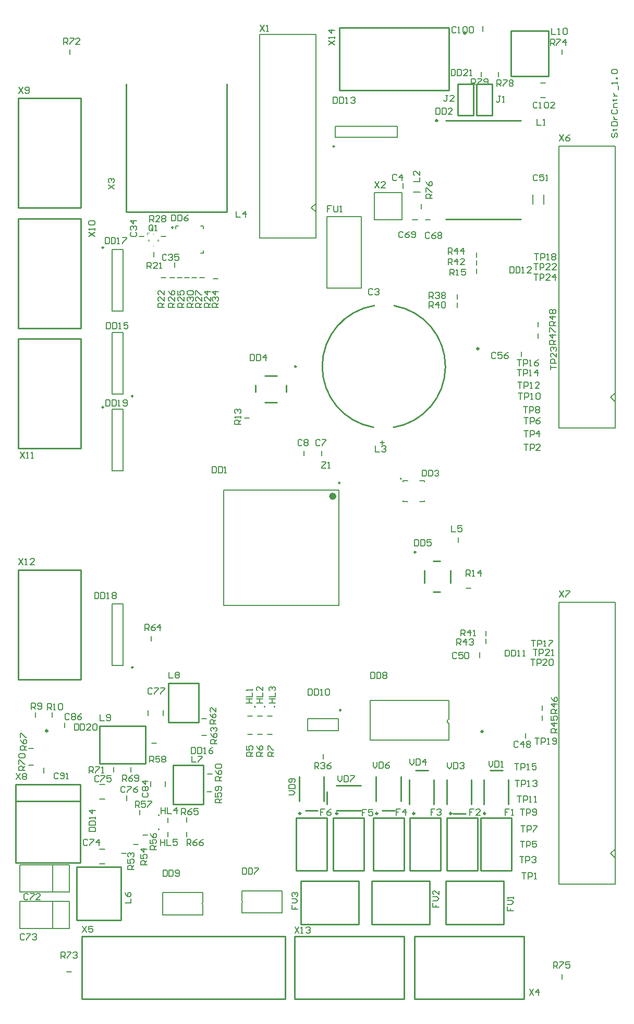
<source format=gto>
G04 Layer_Color=65535*
%FSLAX44Y44*%
%MOMM*%
G71*
G01*
G75*
%ADD65C,0.2000*%
%ADD69C,0.3000*%
%ADD71C,0.2540*%
%ADD113C,0.2500*%
%ADD114C,0.6000*%
%ADD115C,0.1500*%
%ADD116C,0.1778*%
%ADD117C,0.1200*%
D65*
X1013300Y767675D02*
G03*
X1013300Y761325I0J-3175D01*
G01*
X613250Y470125D02*
G03*
X613250Y466875I0J-1625D01*
G01*
X676750Y469875D02*
G03*
X676750Y473125I0J1625D01*
G01*
X731000Y788000D02*
G03*
X731000Y788000I-1000J0D01*
G01*
X715000D02*
G03*
X715000Y788000I-1000J0D01*
G01*
X699000D02*
G03*
X699000Y788000I-1000J0D01*
G01*
X543000Y589000D02*
G03*
X543000Y589000I-1000J0D01*
G01*
Y612000D02*
G03*
X543000Y612000I-1000J0D01*
G01*
X936000Y1158000D02*
G03*
X936000Y1158000I-1000J0D01*
G01*
X1162000Y1776000D02*
X1170000D01*
X1162000Y1800000D02*
X1170000D01*
X815000Y1467000D02*
Y1583000D01*
X871000D01*
Y1467000D02*
Y1583000D01*
X815000Y1467000D02*
X871000D01*
X929000Y1712000D02*
Y1730000D01*
X829000Y1712000D02*
Y1730000D01*
X929000D01*
X829000Y1712000D02*
X929000D01*
X885000Y798150D02*
X1013300D01*
X885000Y734000D02*
Y798150D01*
Y734000D02*
X1013300D01*
Y761325D01*
Y767675D02*
Y798150D01*
X548000Y450350D02*
Y486650D01*
X613250Y470125D02*
Y486650D01*
Y450350D02*
Y466875D01*
X548000Y450350D02*
X613250D01*
X548000Y486650D02*
X613250D01*
X742000Y453350D02*
Y489650D01*
X676750Y453350D02*
Y469875D01*
Y473125D02*
Y489650D01*
X742000D01*
X676750Y453350D02*
X742000D01*
X466000Y955000D02*
X484000D01*
X466000Y855000D02*
X484000D01*
X466000D02*
Y955000D01*
X484000Y855000D02*
Y955000D01*
X1276000Y550000D02*
X1283000Y557000D01*
X1276000Y550000D02*
X1283000Y543000D01*
X1191600Y500600D02*
X1283000D01*
X1191600Y957800D02*
X1283000D01*
X1191600Y500600D02*
Y957800D01*
X1283000Y500600D02*
Y957800D01*
X1276000Y1290000D02*
X1283000Y1297000D01*
X1276000Y1290000D02*
X1283000Y1283000D01*
X1191600Y1240600D02*
X1283000D01*
X1191600Y1697800D02*
X1283000D01*
X1191600Y1240600D02*
Y1697800D01*
X1283000Y1240600D02*
Y1697800D01*
X937000Y1578000D02*
Y1622000D01*
X892000Y1578000D02*
X937000D01*
X892000D02*
Y1622000D01*
X937000D01*
X784000Y769000D02*
X834000D01*
X784000Y749000D02*
X834000D01*
Y769000D01*
X784000Y749000D02*
Y769000D01*
X647500Y952500D02*
Y1139500D01*
X834500Y952500D02*
Y1139500D01*
X647500Y952500D02*
X834500D01*
X647500Y1139500D02*
X834500D01*
X549000Y774000D02*
Y782000D01*
X525000Y774000D02*
Y782000D01*
X466000Y1171000D02*
X484000D01*
X466000Y1271000D02*
X484000D01*
Y1171000D02*
Y1271000D01*
X466000Y1171000D02*
Y1271000D01*
Y1395000D02*
X484000D01*
X466000Y1295000D02*
X484000D01*
X466000D02*
Y1395000D01*
X484000Y1295000D02*
Y1395000D01*
X466000Y1430000D02*
X484000D01*
X466000Y1530000D02*
X484000D01*
Y1430000D02*
Y1530000D01*
X466000Y1430000D02*
Y1530000D01*
X320000Y472000D02*
X393000D01*
X320000Y428000D02*
X393000D01*
Y472000D02*
X397000D01*
Y428000D02*
Y472000D01*
X393000Y428000D02*
X397000D01*
X316000D02*
X320000D01*
X316000D02*
Y472000D01*
X320000D01*
X370000Y428000D02*
Y472000D01*
X320000Y532000D02*
X393000D01*
X320000Y488000D02*
X393000D01*
Y532000D02*
X397000D01*
Y488000D02*
Y532000D01*
X393000Y488000D02*
X397000D01*
X316000D02*
X320000D01*
X316000D02*
Y532000D01*
X320000D01*
X370000Y488000D02*
Y532000D01*
X446000Y557000D02*
X454000D01*
X446000Y533000D02*
X454000D01*
X446000Y662000D02*
X454000D01*
X446000Y638000D02*
X454000D01*
X529000Y659000D02*
Y667000D01*
X553000Y659000D02*
Y667000D01*
X939000Y1155000D02*
X946000D01*
X939000Y1153000D02*
Y1155000D01*
X973000Y1121000D02*
Y1123000D01*
X966000Y1121000D02*
X973000D01*
X939000D02*
Y1123000D01*
Y1121000D02*
X946000D01*
X973000Y1153000D02*
Y1155000D01*
X966000D02*
X973000D01*
X614250Y1564000D02*
Y1568250D01*
X610000D02*
X614250D01*
X610000Y1523750D02*
X614250D01*
Y1528000D01*
X569750Y1564000D02*
Y1568250D01*
X574000D01*
X797000Y1548100D02*
Y1878300D01*
X705600Y1548100D02*
Y1878300D01*
X797000D01*
X705600Y1548100D02*
X797000D01*
X790000Y1597500D02*
X797000Y1590500D01*
X790000Y1597500D02*
X797000Y1604500D01*
X428003Y1551000D02*
X438000Y1557664D01*
X428003D02*
X438000Y1551000D01*
Y1560997D02*
Y1564329D01*
Y1562663D01*
X428003D01*
X429669Y1560997D01*
Y1569327D02*
X428003Y1570994D01*
Y1574326D01*
X429669Y1575992D01*
X436334D01*
X438000Y1574326D01*
Y1570994D01*
X436334Y1569327D01*
X429669D01*
X1050000Y1797000D02*
Y1806997D01*
X1054998D01*
X1056665Y1805331D01*
Y1801998D01*
X1054998Y1800332D01*
X1050000D01*
X1053332D02*
X1056665Y1797000D01*
X1059997Y1806997D02*
X1066661D01*
Y1805331D01*
X1059997Y1798666D01*
Y1797000D01*
X1069994Y1798666D02*
X1071660Y1797000D01*
X1074992D01*
X1076658Y1798666D01*
Y1805331D01*
X1074992Y1806997D01*
X1071660D01*
X1069994Y1805331D01*
Y1803665D01*
X1071660Y1801998D01*
X1076658D01*
X1091000Y1795000D02*
Y1804997D01*
X1095998D01*
X1097664Y1803331D01*
Y1799998D01*
X1095998Y1798332D01*
X1091000D01*
X1094332D02*
X1097664Y1795000D01*
X1100997Y1804997D02*
X1107661D01*
Y1803331D01*
X1100997Y1796666D01*
Y1795000D01*
X1110994Y1803331D02*
X1112660Y1804997D01*
X1115992D01*
X1117658Y1803331D01*
Y1801664D01*
X1115992Y1799998D01*
X1117658Y1798332D01*
Y1796666D01*
X1115992Y1795000D01*
X1112660D01*
X1110994Y1796666D01*
Y1798332D01*
X1112660Y1799998D01*
X1110994Y1801664D01*
Y1803331D01*
X1112660Y1799998D02*
X1115992D01*
X1096665Y1778997D02*
X1093332D01*
X1094998D01*
Y1770666D01*
X1093332Y1769000D01*
X1091666D01*
X1090000Y1770666D01*
X1099997Y1769000D02*
X1103329D01*
X1101663D01*
Y1778997D01*
X1099997Y1777331D01*
X1011665Y1779997D02*
X1008332D01*
X1009998D01*
Y1771666D01*
X1008332Y1770000D01*
X1006666D01*
X1005000Y1771666D01*
X1021661Y1770000D02*
X1014997D01*
X1021661Y1776664D01*
Y1778331D01*
X1019995Y1779997D01*
X1016663D01*
X1014997Y1778331D01*
X1017000Y1821997D02*
Y1812000D01*
X1021998D01*
X1023664Y1813666D01*
Y1820331D01*
X1021998Y1821997D01*
X1017000D01*
X1026997D02*
Y1812000D01*
X1031995D01*
X1033661Y1813666D01*
Y1820331D01*
X1031995Y1821997D01*
X1026997D01*
X1043658Y1812000D02*
X1036994D01*
X1043658Y1818665D01*
Y1820331D01*
X1041992Y1821997D01*
X1038660D01*
X1036994Y1820331D01*
X1046990Y1812000D02*
X1050323D01*
X1048656D01*
Y1821997D01*
X1046990Y1820331D01*
X1024665Y1889331D02*
X1022998Y1890997D01*
X1019666D01*
X1018000Y1889331D01*
Y1882666D01*
X1019666Y1881000D01*
X1022998D01*
X1024665Y1882666D01*
X1027997Y1881000D02*
X1031329D01*
X1029663D01*
Y1890997D01*
X1027997Y1889331D01*
X1036327D02*
X1037994Y1890997D01*
X1041326D01*
X1042992Y1889331D01*
Y1882666D01*
X1041326Y1881000D01*
X1037994D01*
X1036327Y1882666D01*
Y1889331D01*
X1046324D02*
X1047990Y1890997D01*
X1051323D01*
X1052989Y1889331D01*
Y1882666D01*
X1051323Y1881000D01*
X1047990D01*
X1046324Y1882666D01*
Y1889331D01*
X1180000Y1888997D02*
Y1879000D01*
X1186665D01*
X1189997D02*
X1193329D01*
X1191663D01*
Y1888997D01*
X1189997Y1887331D01*
X1198327D02*
X1199994Y1888997D01*
X1203326D01*
X1204992Y1887331D01*
Y1880666D01*
X1203326Y1879000D01*
X1199994D01*
X1198327Y1880666D01*
Y1887331D01*
X1156665Y1767331D02*
X1154998Y1768997D01*
X1151666D01*
X1150000Y1767331D01*
Y1760666D01*
X1151666Y1759000D01*
X1154998D01*
X1156665Y1760666D01*
X1159997Y1759000D02*
X1163329D01*
X1161663D01*
Y1768997D01*
X1159997Y1767331D01*
X1168327D02*
X1169994Y1768997D01*
X1173326D01*
X1174992Y1767331D01*
Y1760666D01*
X1173326Y1759000D01*
X1169994D01*
X1168327Y1760666D01*
Y1767331D01*
X1184989Y1759000D02*
X1178324D01*
X1184989Y1765665D01*
Y1767331D01*
X1183323Y1768997D01*
X1179990D01*
X1178324Y1767331D01*
X818003Y1862000D02*
X828000Y1868665D01*
X818003D02*
X828000Y1862000D01*
Y1871997D02*
Y1875329D01*
Y1873663D01*
X818003D01*
X819669Y1871997D01*
X828000Y1885326D02*
X818003D01*
X823002Y1880327D01*
Y1886992D01*
X822766Y1601053D02*
X816102D01*
Y1596054D01*
X819434D01*
X816102D01*
Y1591056D01*
X826099Y1601053D02*
Y1592722D01*
X827765Y1591056D01*
X831097D01*
X832763Y1592722D01*
Y1601053D01*
X836096Y1591056D02*
X839428D01*
X837762D01*
Y1601053D01*
X836096Y1599387D01*
X825500Y1777075D02*
Y1767078D01*
X830498D01*
X832165Y1768744D01*
Y1775409D01*
X830498Y1777075D01*
X825500D01*
X835497D02*
Y1767078D01*
X840495D01*
X842161Y1768744D01*
Y1775409D01*
X840495Y1777075D01*
X835497D01*
X845494Y1767078D02*
X848826D01*
X847160D01*
Y1777075D01*
X845494Y1775409D01*
X853824D02*
X855490Y1777075D01*
X858823D01*
X860489Y1775409D01*
Y1773743D01*
X858823Y1772076D01*
X857157D01*
X858823D01*
X860489Y1770410D01*
Y1768744D01*
X858823Y1767078D01*
X855490D01*
X853824Y1768744D01*
X763000Y430997D02*
X769665Y421000D01*
Y430997D02*
X763000Y421000D01*
X772997D02*
X776329D01*
X774663D01*
Y430997D01*
X772997Y429331D01*
X781327D02*
X782994Y430997D01*
X786326D01*
X787992Y429331D01*
Y427664D01*
X786326Y425998D01*
X784660D01*
X786326D01*
X787992Y424332D01*
Y422666D01*
X786326Y421000D01*
X782994D01*
X781327Y422666D01*
X1146000Y864997D02*
X1152664D01*
X1149332D01*
Y855000D01*
X1155997D02*
Y864997D01*
X1160995D01*
X1162661Y863331D01*
Y859998D01*
X1160995Y858332D01*
X1155997D01*
X1172658Y855000D02*
X1165994D01*
X1172658Y861665D01*
Y863331D01*
X1170992Y864997D01*
X1167660D01*
X1165994Y863331D01*
X1175990D02*
X1177656Y864997D01*
X1180989D01*
X1182655Y863331D01*
Y856666D01*
X1180989Y855000D01*
X1177656D01*
X1175990Y856666D01*
Y863331D01*
X1153000Y736997D02*
X1159665D01*
X1156332D01*
Y727000D01*
X1162997D02*
Y736997D01*
X1167995D01*
X1169661Y735331D01*
Y731998D01*
X1167995Y730332D01*
X1162997D01*
X1172994Y727000D02*
X1176326D01*
X1174660D01*
Y736997D01*
X1172994Y735331D01*
X1181324Y728666D02*
X1182990Y727000D01*
X1186323D01*
X1187989Y728666D01*
Y735331D01*
X1186323Y736997D01*
X1182990D01*
X1181324Y735331D01*
Y733664D01*
X1182990Y731998D01*
X1187989D01*
X1152000Y1522997D02*
X1158664D01*
X1155332D01*
Y1513000D01*
X1161997D02*
Y1522997D01*
X1166995D01*
X1168661Y1521331D01*
Y1517998D01*
X1166995Y1516332D01*
X1161997D01*
X1171994Y1513000D02*
X1175326D01*
X1173660D01*
Y1522997D01*
X1171994Y1521331D01*
X1180324D02*
X1181990Y1522997D01*
X1185323D01*
X1186989Y1521331D01*
Y1519664D01*
X1185323Y1517998D01*
X1186989Y1516332D01*
Y1514666D01*
X1185323Y1513000D01*
X1181990D01*
X1180324Y1514666D01*
Y1516332D01*
X1181990Y1517998D01*
X1180324Y1519664D01*
Y1521331D01*
X1181990Y1517998D02*
X1185323D01*
X1147000Y895997D02*
X1153664D01*
X1150332D01*
Y886000D01*
X1156997D02*
Y895997D01*
X1161995D01*
X1163661Y894331D01*
Y890998D01*
X1161995Y889332D01*
X1156997D01*
X1166994Y886000D02*
X1170326D01*
X1168660D01*
Y895997D01*
X1166994Y894331D01*
X1175324Y895997D02*
X1181989D01*
Y894331D01*
X1175324Y887666D01*
Y886000D01*
X1124000Y1350997D02*
X1130665D01*
X1127332D01*
Y1341000D01*
X1133997D02*
Y1350997D01*
X1138995D01*
X1140661Y1349331D01*
Y1345998D01*
X1138995Y1344332D01*
X1133997D01*
X1143994Y1341000D02*
X1147326D01*
X1145660D01*
Y1350997D01*
X1143994Y1349331D01*
X1158989Y1350997D02*
X1155657Y1349331D01*
X1152324Y1345998D01*
Y1342666D01*
X1153990Y1341000D01*
X1157323D01*
X1158989Y1342666D01*
Y1344332D01*
X1157323Y1345998D01*
X1152324D01*
X1120000Y695997D02*
X1126665D01*
X1123332D01*
Y686000D01*
X1129997D02*
Y695997D01*
X1134995D01*
X1136661Y694331D01*
Y690998D01*
X1134995Y689332D01*
X1129997D01*
X1139994Y686000D02*
X1143326D01*
X1141660D01*
Y695997D01*
X1139994Y694331D01*
X1154989Y695997D02*
X1148324D01*
Y690998D01*
X1151656Y692664D01*
X1153323D01*
X1154989Y690998D01*
Y687666D01*
X1153323Y686000D01*
X1149990D01*
X1148324Y687666D01*
X1124000Y1334997D02*
X1130665D01*
X1127332D01*
Y1325000D01*
X1133997D02*
Y1334997D01*
X1138995D01*
X1140661Y1333331D01*
Y1329998D01*
X1138995Y1328332D01*
X1133997D01*
X1143994Y1325000D02*
X1147326D01*
X1145660D01*
Y1334997D01*
X1143994Y1333331D01*
X1157323Y1325000D02*
Y1334997D01*
X1152324Y1329998D01*
X1158989D01*
X1121000Y668997D02*
X1127664D01*
X1124332D01*
Y659000D01*
X1130997D02*
Y668997D01*
X1135995D01*
X1137661Y667331D01*
Y663998D01*
X1135995Y662332D01*
X1130997D01*
X1140994Y659000D02*
X1144326D01*
X1142660D01*
Y668997D01*
X1140994Y667331D01*
X1149324D02*
X1150990Y668997D01*
X1154323D01*
X1155989Y667331D01*
Y665665D01*
X1154323Y663998D01*
X1152656D01*
X1154323D01*
X1155989Y662332D01*
Y660666D01*
X1154323Y659000D01*
X1150990D01*
X1149324Y660666D01*
X1125000Y1314997D02*
X1131665D01*
X1128332D01*
Y1305000D01*
X1134997D02*
Y1314997D01*
X1139995D01*
X1141661Y1313331D01*
Y1309998D01*
X1139995Y1308332D01*
X1134997D01*
X1144994Y1305000D02*
X1148326D01*
X1146660D01*
Y1314997D01*
X1144994Y1313331D01*
X1159989Y1305000D02*
X1153324D01*
X1159989Y1311664D01*
Y1313331D01*
X1158323Y1314997D01*
X1154990D01*
X1153324Y1313331D01*
X1124000Y642997D02*
X1130665D01*
X1127332D01*
Y633000D01*
X1133997D02*
Y642997D01*
X1138995D01*
X1140661Y641331D01*
Y637998D01*
X1138995Y636332D01*
X1133997D01*
X1143994Y633000D02*
X1147326D01*
X1145660D01*
Y642997D01*
X1143994Y641331D01*
X1152324Y633000D02*
X1155657D01*
X1153990D01*
Y642997D01*
X1152324Y641331D01*
X1126000Y1296997D02*
X1132664D01*
X1129332D01*
Y1287000D01*
X1135997D02*
Y1296997D01*
X1140995D01*
X1142661Y1295331D01*
Y1291998D01*
X1140995Y1290332D01*
X1135997D01*
X1145994Y1287000D02*
X1149326D01*
X1147660D01*
Y1296997D01*
X1145994Y1295331D01*
X1154324D02*
X1155990Y1296997D01*
X1159323D01*
X1160989Y1295331D01*
Y1288666D01*
X1159323Y1287000D01*
X1155990D01*
X1154324Y1288666D01*
Y1295331D01*
X1129000Y621997D02*
X1135665D01*
X1132332D01*
Y612000D01*
X1138997D02*
Y621997D01*
X1143995D01*
X1145661Y620331D01*
Y616998D01*
X1143995Y615332D01*
X1138997D01*
X1148994Y613666D02*
X1150660Y612000D01*
X1153992D01*
X1155658Y613666D01*
Y620331D01*
X1153992Y621997D01*
X1150660D01*
X1148994Y620331D01*
Y618665D01*
X1150660Y616998D01*
X1155658D01*
X1134000Y1274997D02*
X1140665D01*
X1137332D01*
Y1265000D01*
X1143997D02*
Y1274997D01*
X1148995D01*
X1150661Y1273331D01*
Y1269998D01*
X1148995Y1268332D01*
X1143997D01*
X1153994Y1273331D02*
X1155660Y1274997D01*
X1158992D01*
X1160658Y1273331D01*
Y1271665D01*
X1158992Y1269998D01*
X1160658Y1268332D01*
Y1266666D01*
X1158992Y1265000D01*
X1155660D01*
X1153994Y1266666D01*
Y1268332D01*
X1155660Y1269998D01*
X1153994Y1271665D01*
Y1273331D01*
X1155660Y1269998D02*
X1158992D01*
X1130000Y594997D02*
X1136665D01*
X1133332D01*
Y585000D01*
X1139997D02*
Y594997D01*
X1144995D01*
X1146661Y593331D01*
Y589998D01*
X1144995Y588332D01*
X1139997D01*
X1149994Y594997D02*
X1156658D01*
Y593331D01*
X1149994Y586666D01*
Y585000D01*
X1135000Y1256997D02*
X1141665D01*
X1138332D01*
Y1247000D01*
X1144997D02*
Y1256997D01*
X1149995D01*
X1151661Y1255331D01*
Y1251998D01*
X1149995Y1250332D01*
X1144997D01*
X1161658Y1256997D02*
X1158326Y1255331D01*
X1154994Y1251998D01*
Y1248666D01*
X1156660Y1247000D01*
X1159992D01*
X1161658Y1248666D01*
Y1250332D01*
X1159992Y1251998D01*
X1154994D01*
X1129000Y569997D02*
X1135665D01*
X1132332D01*
Y560000D01*
X1138997D02*
Y569997D01*
X1143995D01*
X1145661Y568331D01*
Y564998D01*
X1143995Y563332D01*
X1138997D01*
X1155658Y569997D02*
X1148994D01*
Y564998D01*
X1152326Y566665D01*
X1153992D01*
X1155658Y564998D01*
Y561666D01*
X1153992Y560000D01*
X1150660D01*
X1148994Y561666D01*
X1135000Y1235997D02*
X1141665D01*
X1138332D01*
Y1226000D01*
X1144997D02*
Y1235997D01*
X1149995D01*
X1151661Y1234331D01*
Y1230998D01*
X1149995Y1229332D01*
X1144997D01*
X1159992Y1226000D02*
Y1235997D01*
X1154994Y1230998D01*
X1161658D01*
X1128000Y544997D02*
X1134665D01*
X1131332D01*
Y535000D01*
X1137997D02*
Y544997D01*
X1142995D01*
X1144661Y543331D01*
Y539998D01*
X1142995Y538332D01*
X1137997D01*
X1147994Y543331D02*
X1149660Y544997D01*
X1152992D01*
X1154658Y543331D01*
Y541665D01*
X1152992Y539998D01*
X1151326D01*
X1152992D01*
X1154658Y538332D01*
Y536666D01*
X1152992Y535000D01*
X1149660D01*
X1147994Y536666D01*
X1135000Y1213997D02*
X1141665D01*
X1138332D01*
Y1204000D01*
X1144997D02*
Y1213997D01*
X1149995D01*
X1151661Y1212331D01*
Y1208998D01*
X1149995Y1207332D01*
X1144997D01*
X1161658Y1204000D02*
X1154994D01*
X1161658Y1210665D01*
Y1212331D01*
X1159992Y1213997D01*
X1156660D01*
X1154994Y1212331D01*
X1132000Y518997D02*
X1138664D01*
X1135332D01*
Y509000D01*
X1141997D02*
Y518997D01*
X1146995D01*
X1148661Y517331D01*
Y513998D01*
X1146995Y512332D01*
X1141997D01*
X1151994Y509000D02*
X1155326D01*
X1153660D01*
Y518997D01*
X1151994Y517331D01*
X446786Y775299D02*
Y765302D01*
X453451D01*
X456783Y766968D02*
X458449Y765302D01*
X461781D01*
X463447Y766968D01*
Y773633D01*
X461781Y775299D01*
X458449D01*
X456783Y773633D01*
Y771966D01*
X458449Y770300D01*
X463447D01*
X558800Y844387D02*
Y834390D01*
X565465D01*
X568797Y842721D02*
X570463Y844387D01*
X573795D01*
X575461Y842721D01*
Y841055D01*
X573795Y839388D01*
X575461Y837722D01*
Y836056D01*
X573795Y834390D01*
X570463D01*
X568797Y836056D01*
Y837722D01*
X570463Y839388D01*
X568797Y841055D01*
Y842721D01*
X570463Y839388D02*
X573795D01*
X596000Y707997D02*
Y698000D01*
X602664D01*
X605997Y707997D02*
X612661D01*
Y706331D01*
X605997Y699666D01*
Y698000D01*
X487003Y470000D02*
X497000D01*
Y476665D01*
X487003Y486661D02*
X488669Y483329D01*
X492002Y479997D01*
X495334D01*
X497000Y481663D01*
Y484995D01*
X495334Y486661D01*
X493668D01*
X492002Y484995D01*
Y479997D01*
X668000Y1591997D02*
Y1582000D01*
X674665D01*
X682995D02*
Y1591997D01*
X677997Y1586998D01*
X684661D01*
X894080Y1211163D02*
Y1201166D01*
X900744D01*
X904077Y1209497D02*
X905743Y1211163D01*
X909075D01*
X910741Y1209497D01*
Y1207831D01*
X909075Y1206164D01*
X907409D01*
X909075D01*
X910741Y1204498D01*
Y1202832D01*
X909075Y1201166D01*
X905743D01*
X904077Y1202832D01*
X1156044Y1741203D02*
Y1731206D01*
X1162709D01*
X1166041D02*
X1169373D01*
X1167707D01*
Y1741203D01*
X1166041Y1739537D01*
X405000Y759997D02*
Y750000D01*
X409998D01*
X411665Y751666D01*
Y758331D01*
X409998Y759997D01*
X405000D01*
X414997D02*
Y750000D01*
X419995D01*
X421661Y751666D01*
Y758331D01*
X419995Y759997D01*
X414997D01*
X431658Y750000D02*
X424994D01*
X431658Y756665D01*
Y758331D01*
X429992Y759997D01*
X426660D01*
X424994Y758331D01*
X434990D02*
X436656Y759997D01*
X439989D01*
X441655Y758331D01*
Y751666D01*
X439989Y750000D01*
X436656D01*
X434990Y751666D01*
Y758331D01*
X595000Y721997D02*
Y712000D01*
X599998D01*
X601665Y713666D01*
Y720331D01*
X599998Y721997D01*
X595000D01*
X604997D02*
Y712000D01*
X609995D01*
X611661Y713666D01*
Y720331D01*
X609995Y721997D01*
X604997D01*
X614994Y712000D02*
X618326D01*
X616660D01*
Y721997D01*
X614994Y720331D01*
X629989Y721997D02*
X626656Y720331D01*
X623324Y716998D01*
Y713666D01*
X624990Y712000D01*
X628323D01*
X629989Y713666D01*
Y715332D01*
X628323Y716998D01*
X623324D01*
X429003Y586000D02*
X439000D01*
Y590998D01*
X437334Y592664D01*
X430669D01*
X429003Y590998D01*
Y586000D01*
Y595997D02*
X439000D01*
Y600995D01*
X437334Y602661D01*
X430669D01*
X429003Y600995D01*
Y595997D01*
X439000Y605994D02*
Y609326D01*
Y607660D01*
X429003D01*
X430669Y605994D01*
X439000Y619323D02*
X429003D01*
X434002Y614324D01*
Y620989D01*
X807000Y1184997D02*
X813664D01*
Y1183331D01*
X807000Y1176666D01*
Y1175000D01*
X813664D01*
X816997D02*
X820329D01*
X818663D01*
Y1184997D01*
X816997Y1183331D01*
X753003Y645000D02*
X759668D01*
X763000Y648332D01*
X759668Y651665D01*
X753003D01*
Y654997D02*
X763000D01*
Y659995D01*
X761334Y661661D01*
X754669D01*
X753003Y659995D01*
Y654997D01*
X761334Y664994D02*
X763000Y666660D01*
Y669992D01*
X761334Y671658D01*
X754669D01*
X753003Y669992D01*
Y666660D01*
X754669Y664994D01*
X756336D01*
X758002Y666660D01*
Y671658D01*
X833000Y675997D02*
Y669332D01*
X836332Y666000D01*
X839665Y669332D01*
Y675997D01*
X842997D02*
Y666000D01*
X847995D01*
X849661Y667666D01*
Y674331D01*
X847995Y675997D01*
X842997D01*
X852994D02*
X859658D01*
Y674331D01*
X852994Y667666D01*
Y666000D01*
X890000Y697997D02*
Y691332D01*
X893332Y688000D01*
X896665Y691332D01*
Y697997D01*
X899997D02*
Y688000D01*
X904995D01*
X906661Y689666D01*
Y696331D01*
X904995Y697997D01*
X899997D01*
X916658D02*
X913326Y696331D01*
X909994Y692998D01*
Y689666D01*
X911660Y688000D01*
X914992D01*
X916658Y689666D01*
Y691332D01*
X914992Y692998D01*
X909994D01*
X949706Y703417D02*
Y696752D01*
X953038Y693420D01*
X956370Y696752D01*
Y703417D01*
X959703D02*
Y693420D01*
X964701D01*
X966367Y695086D01*
Y701751D01*
X964701Y703417D01*
X959703D01*
X974698Y693420D02*
Y703417D01*
X969700Y698418D01*
X976364D01*
X1010666Y697575D02*
Y690910D01*
X1013998Y687578D01*
X1017330Y690910D01*
Y697575D01*
X1020663D02*
Y687578D01*
X1025661D01*
X1027327Y689244D01*
Y695909D01*
X1025661Y697575D01*
X1020663D01*
X1030660Y695909D02*
X1032326Y697575D01*
X1035658D01*
X1037324Y695909D01*
Y694242D01*
X1035658Y692576D01*
X1033992D01*
X1035658D01*
X1037324Y690910D01*
Y689244D01*
X1035658Y687578D01*
X1032326D01*
X1030660Y689244D01*
X1078000Y699997D02*
Y693332D01*
X1081332Y690000D01*
X1084665Y693332D01*
Y699997D01*
X1087997D02*
Y690000D01*
X1092995D01*
X1094661Y691666D01*
Y698331D01*
X1092995Y699997D01*
X1087997D01*
X1097994Y690000D02*
X1101326D01*
X1099660D01*
Y699997D01*
X1097994Y698331D01*
X758003Y466665D02*
Y460000D01*
X763002D01*
Y463332D01*
Y460000D01*
X768000D01*
X758003Y469997D02*
X764668D01*
X768000Y473329D01*
X764668Y476661D01*
X758003D01*
X759669Y479994D02*
X758003Y481660D01*
Y484992D01*
X759669Y486658D01*
X761336D01*
X763002Y484992D01*
Y483326D01*
Y484992D01*
X764668Y486658D01*
X766334D01*
X768000Y484992D01*
Y481660D01*
X766334Y479994D01*
X987003Y469664D02*
Y463000D01*
X992002D01*
Y466332D01*
Y463000D01*
X997000D01*
X987003Y472997D02*
X993668D01*
X997000Y476329D01*
X993668Y479661D01*
X987003D01*
X997000Y489658D02*
Y482994D01*
X990335Y489658D01*
X988669D01*
X987003Y487992D01*
Y484660D01*
X988669Y482994D01*
X1108003Y463665D02*
Y457000D01*
X1113002D01*
Y460332D01*
Y457000D01*
X1118000D01*
X1108003Y466997D02*
X1114668D01*
X1118000Y470329D01*
X1114668Y473661D01*
X1108003D01*
X1118000Y476994D02*
Y480326D01*
Y478660D01*
X1108003D01*
X1109669Y476994D01*
X885952Y843625D02*
Y833628D01*
X890950D01*
X892617Y835294D01*
Y841959D01*
X890950Y843625D01*
X885952D01*
X895949D02*
Y833628D01*
X900947D01*
X902613Y835294D01*
Y841959D01*
X900947Y843625D01*
X895949D01*
X905946Y841959D02*
X907612Y843625D01*
X910944D01*
X912610Y841959D01*
Y840293D01*
X910944Y838626D01*
X912610Y836960D01*
Y835294D01*
X910944Y833628D01*
X907612D01*
X905946Y835294D01*
Y836960D01*
X907612Y838626D01*
X905946Y840293D01*
Y841959D01*
X907612Y838626D02*
X910944D01*
X811665Y621997D02*
X805000D01*
Y616998D01*
X808332D01*
X805000D01*
Y612000D01*
X821661Y621997D02*
X818329Y620331D01*
X814997Y616998D01*
Y613666D01*
X816663Y612000D01*
X819995D01*
X821661Y613666D01*
Y615332D01*
X819995Y616998D01*
X814997D01*
X879665Y620997D02*
X873000D01*
Y615998D01*
X876332D01*
X873000D01*
Y611000D01*
X889661Y620997D02*
X882997D01*
Y615998D01*
X886329Y617664D01*
X887995D01*
X889661Y615998D01*
Y612666D01*
X887995Y611000D01*
X884663D01*
X882997Y612666D01*
X934665Y621997D02*
X928000D01*
Y616998D01*
X931332D01*
X928000D01*
Y612000D01*
X942995D02*
Y621997D01*
X937997Y616998D01*
X944661D01*
X990665Y621997D02*
X984000D01*
Y616998D01*
X987332D01*
X984000D01*
Y612000D01*
X993997Y620331D02*
X995663Y621997D01*
X998995D01*
X1000661Y620331D01*
Y618665D01*
X998995Y616998D01*
X997329D01*
X998995D01*
X1000661Y615332D01*
Y613666D01*
X998995Y612000D01*
X995663D01*
X993997Y613666D01*
X1053664Y621997D02*
X1047000D01*
Y616998D01*
X1050332D01*
X1047000D01*
Y612000D01*
X1063661D02*
X1056997D01*
X1063661Y618665D01*
Y620331D01*
X1061995Y621997D01*
X1058663D01*
X1056997Y620331D01*
X1111665Y621997D02*
X1105000D01*
Y616998D01*
X1108332D01*
X1105000D01*
Y612000D01*
X1114997D02*
X1118329D01*
X1116663D01*
Y621997D01*
X1114997Y620331D01*
X991960Y1758983D02*
Y1748986D01*
X996958D01*
X998624Y1750652D01*
Y1757317D01*
X996958Y1758983D01*
X991960D01*
X1001957D02*
Y1748986D01*
X1006955D01*
X1008621Y1750652D01*
Y1757317D01*
X1006955Y1758983D01*
X1001957D01*
X1018618Y1748986D02*
X1011954D01*
X1018618Y1755650D01*
Y1757317D01*
X1016952Y1758983D01*
X1013620D01*
X1011954Y1757317D01*
X548894Y523077D02*
Y513080D01*
X553892D01*
X555559Y514746D01*
Y521411D01*
X553892Y523077D01*
X548894D01*
X558891D02*
Y513080D01*
X563889D01*
X565555Y514746D01*
Y521411D01*
X563889Y523077D01*
X558891D01*
X568888Y514746D02*
X570554Y513080D01*
X573886D01*
X575552Y514746D01*
Y521411D01*
X573886Y523077D01*
X570554D01*
X568888Y521411D01*
Y519744D01*
X570554Y518078D01*
X575552D01*
X677672Y526125D02*
Y516128D01*
X682670D01*
X684336Y517794D01*
Y524459D01*
X682670Y526125D01*
X677672D01*
X687669D02*
Y516128D01*
X692667D01*
X694333Y517794D01*
Y524459D01*
X692667Y526125D01*
X687669D01*
X697666D02*
X704330D01*
Y524459D01*
X697666Y517794D01*
Y516128D01*
X1112000Y1501997D02*
Y1492000D01*
X1116998D01*
X1118664Y1493666D01*
Y1500331D01*
X1116998Y1501997D01*
X1112000D01*
X1121997D02*
Y1492000D01*
X1126995D01*
X1128661Y1493666D01*
Y1500331D01*
X1126995Y1501997D01*
X1121997D01*
X1131994Y1492000D02*
X1135326D01*
X1133660D01*
Y1501997D01*
X1131994Y1500331D01*
X1146989Y1492000D02*
X1140324D01*
X1146989Y1498665D01*
Y1500331D01*
X1145323Y1501997D01*
X1141990D01*
X1140324Y1500331D01*
X1105000Y879997D02*
Y870000D01*
X1109998D01*
X1111665Y871666D01*
Y878331D01*
X1109998Y879997D01*
X1105000D01*
X1114997D02*
Y870000D01*
X1119995D01*
X1121661Y871666D01*
Y878331D01*
X1119995Y879997D01*
X1114997D01*
X1124994Y870000D02*
X1128326D01*
X1126660D01*
Y879997D01*
X1124994Y878331D01*
X1133324Y870000D02*
X1136656D01*
X1134990D01*
Y879997D01*
X1133324Y878331D01*
X460003Y1628000D02*
X470000Y1634664D01*
X460003D02*
X470000Y1628000D01*
X461669Y1637997D02*
X460003Y1639663D01*
Y1642995D01*
X461669Y1644661D01*
X463335D01*
X465002Y1642995D01*
Y1641329D01*
Y1642995D01*
X466668Y1644661D01*
X468334D01*
X470000Y1642995D01*
Y1639663D01*
X468334Y1637997D01*
X456000Y1285997D02*
Y1276000D01*
X460998D01*
X462664Y1277666D01*
Y1284331D01*
X460998Y1285997D01*
X456000D01*
X465997D02*
Y1276000D01*
X470995D01*
X472661Y1277666D01*
Y1284331D01*
X470995Y1285997D01*
X465997D01*
X475994Y1276000D02*
X479326D01*
X477660D01*
Y1285997D01*
X475994Y1284331D01*
X484324Y1277666D02*
X485990Y1276000D01*
X489323D01*
X490989Y1277666D01*
Y1284331D01*
X489323Y1285997D01*
X485990D01*
X484324Y1284331D01*
Y1282664D01*
X485990Y1280998D01*
X490989D01*
X437896Y973165D02*
Y963168D01*
X442894D01*
X444561Y964834D01*
Y971499D01*
X442894Y973165D01*
X437896D01*
X447893D02*
Y963168D01*
X452891D01*
X454557Y964834D01*
Y971499D01*
X452891Y973165D01*
X447893D01*
X457890Y963168D02*
X461222D01*
X459556D01*
Y973165D01*
X457890Y971499D01*
X466220D02*
X467886Y973165D01*
X471219D01*
X472885Y971499D01*
Y969833D01*
X471219Y968166D01*
X472885Y966500D01*
Y964834D01*
X471219Y963168D01*
X467886D01*
X466220Y964834D01*
Y966500D01*
X467886Y968166D01*
X466220Y969833D01*
Y971499D01*
X467886Y968166D02*
X471219D01*
X455000Y1548997D02*
Y1539000D01*
X459998D01*
X461665Y1540666D01*
Y1547331D01*
X459998Y1548997D01*
X455000D01*
X464997D02*
Y1539000D01*
X469995D01*
X471661Y1540666D01*
Y1547331D01*
X469995Y1548997D01*
X464997D01*
X474994Y1539000D02*
X478326D01*
X476660D01*
Y1548997D01*
X474994Y1547331D01*
X483324Y1548997D02*
X489989D01*
Y1547331D01*
X483324Y1540666D01*
Y1539000D01*
X457000Y1410997D02*
Y1401000D01*
X461998D01*
X463665Y1402666D01*
Y1409331D01*
X461998Y1410997D01*
X457000D01*
X466997D02*
Y1401000D01*
X471995D01*
X473661Y1402666D01*
Y1409331D01*
X471995Y1410997D01*
X466997D01*
X476994Y1401000D02*
X480326D01*
X478660D01*
Y1410997D01*
X476994Y1409331D01*
X491989Y1410997D02*
X485324D01*
Y1405998D01*
X488657Y1407664D01*
X490323D01*
X491989Y1405998D01*
Y1402666D01*
X490323Y1401000D01*
X486990D01*
X485324Y1402666D01*
X970000Y1171997D02*
Y1162000D01*
X974998D01*
X976665Y1163666D01*
Y1170331D01*
X974998Y1171997D01*
X970000D01*
X979997D02*
Y1162000D01*
X984995D01*
X986661Y1163666D01*
Y1170331D01*
X984995Y1171997D01*
X979997D01*
X989994Y1170331D02*
X991660Y1171997D01*
X994992D01*
X996658Y1170331D01*
Y1168664D01*
X994992Y1166998D01*
X993326D01*
X994992D01*
X996658Y1165332D01*
Y1163666D01*
X994992Y1162000D01*
X991660D01*
X989994Y1163666D01*
X314960Y1028537D02*
X321624Y1018540D01*
Y1028537D02*
X314960Y1018540D01*
X324957D02*
X328289D01*
X326623D01*
Y1028537D01*
X324957Y1026871D01*
X339952Y1018540D02*
X333287D01*
X339952Y1025204D01*
Y1026871D01*
X338286Y1028537D01*
X334954D01*
X333287Y1026871D01*
X317000Y1200997D02*
X323665Y1191000D01*
Y1200997D02*
X317000Y1191000D01*
X326997D02*
X330329D01*
X328663D01*
Y1200997D01*
X326997Y1199331D01*
X335327Y1191000D02*
X338660D01*
X336994D01*
Y1200997D01*
X335327Y1199331D01*
X314960Y1793331D02*
X321624Y1783334D01*
Y1793331D02*
X314960Y1783334D01*
X324957Y1785000D02*
X326623Y1783334D01*
X329955D01*
X331621Y1785000D01*
Y1791665D01*
X329955Y1793331D01*
X326623D01*
X324957Y1791665D01*
Y1789998D01*
X326623Y1788332D01*
X331621D01*
X310642Y680049D02*
X317306Y670052D01*
Y680049D02*
X310642Y670052D01*
X320639Y678383D02*
X322305Y680049D01*
X325637D01*
X327303Y678383D01*
Y676717D01*
X325637Y675050D01*
X327303Y673384D01*
Y671718D01*
X325637Y670052D01*
X322305D01*
X320639Y671718D01*
Y673384D01*
X322305Y675050D01*
X320639Y676717D01*
Y678383D01*
X322305Y675050D02*
X325637D01*
X1192530Y975959D02*
X1199194Y965962D01*
Y975959D02*
X1192530Y965962D01*
X1202527Y975959D02*
X1209191D01*
Y974293D01*
X1202527Y967628D01*
Y965962D01*
X1192530Y1715861D02*
X1199194Y1705864D01*
Y1715861D02*
X1192530Y1705864D01*
X1209191Y1715861D02*
X1205859Y1714195D01*
X1202527Y1710862D01*
Y1707530D01*
X1204193Y1705864D01*
X1207525D01*
X1209191Y1707530D01*
Y1709196D01*
X1207525Y1710862D01*
X1202527D01*
X418000Y431997D02*
X424664Y422000D01*
Y431997D02*
X418000Y422000D01*
X434661Y431997D02*
X427997D01*
Y426998D01*
X431329Y428665D01*
X432995D01*
X434661Y426998D01*
Y423666D01*
X432995Y422000D01*
X429663D01*
X427997Y423666D01*
X1144000Y329997D02*
X1150665Y320000D01*
Y329997D02*
X1144000Y320000D01*
X1158995D02*
Y329997D01*
X1153997Y324998D01*
X1160661D01*
X892966Y1640143D02*
X899631Y1630146D01*
Y1640143D02*
X892966Y1630146D01*
X909627D02*
X902963D01*
X909627Y1636810D01*
Y1638477D01*
X907961Y1640143D01*
X904629D01*
X902963Y1638477D01*
X707000Y1893997D02*
X713664Y1884000D01*
Y1893997D02*
X707000Y1884000D01*
X716997D02*
X720329D01*
X718663D01*
Y1893997D01*
X716997Y1892331D01*
X429000Y681000D02*
Y690997D01*
X433998D01*
X435664Y689331D01*
Y685998D01*
X433998Y684332D01*
X429000D01*
X432332D02*
X435664Y681000D01*
X438997Y690997D02*
X445661D01*
Y689331D01*
X438997Y682666D01*
Y681000D01*
X448994D02*
X452326D01*
X450660D01*
Y690997D01*
X448994Y689331D01*
X325000Y685000D02*
X315003D01*
Y689998D01*
X316669Y691665D01*
X320002D01*
X321668Y689998D01*
Y685000D01*
Y688332D02*
X325000Y691665D01*
X315003Y694997D02*
Y701661D01*
X316669D01*
X323334Y694997D01*
X325000D01*
X316669Y704994D02*
X315003Y706660D01*
Y709992D01*
X316669Y711658D01*
X323334D01*
X325000Y709992D01*
Y706660D01*
X323334Y704994D01*
X316669D01*
X483000Y667000D02*
Y676997D01*
X487998D01*
X489664Y675331D01*
Y671998D01*
X487998Y670332D01*
X483000D01*
X486332D02*
X489664Y667000D01*
X499661Y676997D02*
X496329Y675331D01*
X492997Y671998D01*
Y668666D01*
X494663Y667000D01*
X497995D01*
X499661Y668666D01*
Y670332D01*
X497995Y671998D01*
X492997D01*
X502994Y668666D02*
X504660Y667000D01*
X507992D01*
X509658Y668666D01*
Y675331D01*
X507992Y676997D01*
X504660D01*
X502994Y675331D01*
Y673664D01*
X504660Y671998D01*
X509658D01*
X327000Y718000D02*
X317003D01*
Y722998D01*
X318669Y724665D01*
X322002D01*
X323668Y722998D01*
Y718000D01*
Y721332D02*
X327000Y724665D01*
X317003Y734661D02*
X318669Y731329D01*
X322002Y727997D01*
X325334D01*
X327000Y729663D01*
Y732995D01*
X325334Y734661D01*
X323668D01*
X322002Y732995D01*
Y727997D01*
X317003Y737994D02*
Y744658D01*
X318669D01*
X325334Y737994D01*
X327000D01*
X587741Y562741D02*
Y572738D01*
X592739D01*
X594406Y571072D01*
Y567739D01*
X592739Y566073D01*
X587741D01*
X591073D02*
X594406Y562741D01*
X604402Y572738D02*
X601070Y571072D01*
X597738Y567739D01*
Y564407D01*
X599404Y562741D01*
X602736D01*
X604402Y564407D01*
Y566073D01*
X602736Y567739D01*
X597738D01*
X614399Y572738D02*
X611067Y571072D01*
X607735Y567739D01*
Y564407D01*
X609401Y562741D01*
X612733D01*
X614399Y564407D01*
Y566073D01*
X612733Y567739D01*
X607735D01*
X579000Y613000D02*
Y622997D01*
X583998D01*
X585664Y621331D01*
Y617998D01*
X583998Y616332D01*
X579000D01*
X582332D02*
X585664Y613000D01*
X595661Y622997D02*
X592329Y621331D01*
X588997Y617998D01*
Y614666D01*
X590663Y613000D01*
X593995D01*
X595661Y614666D01*
Y616332D01*
X593995Y617998D01*
X588997D01*
X605658Y622997D02*
X598994D01*
Y617998D01*
X602326Y619664D01*
X603992D01*
X605658Y617998D01*
Y614666D01*
X603992Y613000D01*
X600660D01*
X598994Y614666D01*
X519430Y911606D02*
Y921603D01*
X524428D01*
X526095Y919937D01*
Y916604D01*
X524428Y914938D01*
X519430D01*
X522762D02*
X526095Y911606D01*
X536091Y921603D02*
X532759Y919937D01*
X529427Y916604D01*
Y913272D01*
X531093Y911606D01*
X534425D01*
X536091Y913272D01*
Y914938D01*
X534425Y916604D01*
X529427D01*
X544422Y911606D02*
Y921603D01*
X539424Y916604D01*
X546088D01*
X636000Y728000D02*
X626003D01*
Y732998D01*
X627669Y734665D01*
X631002D01*
X632668Y732998D01*
Y728000D01*
Y731332D02*
X636000Y734665D01*
X626003Y744661D02*
X627669Y741329D01*
X631002Y737997D01*
X634334D01*
X636000Y739663D01*
Y742995D01*
X634334Y744661D01*
X632668D01*
X631002Y742995D01*
Y737997D01*
X627669Y747994D02*
X626003Y749660D01*
Y752992D01*
X627669Y754658D01*
X629336D01*
X631002Y752992D01*
Y751326D01*
Y752992D01*
X632668Y754658D01*
X634334D01*
X636000Y752992D01*
Y749660D01*
X634334Y747994D01*
X635000Y760000D02*
X625003D01*
Y764998D01*
X626669Y766665D01*
X630002D01*
X631668Y764998D01*
Y760000D01*
Y763332D02*
X635000Y766665D01*
X625003Y776661D02*
X626669Y773329D01*
X630002Y769997D01*
X633334D01*
X635000Y771663D01*
Y774995D01*
X633334Y776661D01*
X631668D01*
X630002Y774995D01*
Y769997D01*
X635000Y786658D02*
Y779994D01*
X628335Y786658D01*
X626669D01*
X625003Y784992D01*
Y781660D01*
X626669Y779994D01*
X644000Y668000D02*
X634003D01*
Y672998D01*
X635669Y674665D01*
X639002D01*
X640668Y672998D01*
Y668000D01*
Y671332D02*
X644000Y674665D01*
X634003Y684661D02*
X635669Y681329D01*
X639002Y677997D01*
X642334D01*
X644000Y679663D01*
Y682995D01*
X642334Y684661D01*
X640668D01*
X639002Y682995D01*
Y677997D01*
X635669Y687994D02*
X634003Y689660D01*
Y692992D01*
X635669Y694658D01*
X642334D01*
X644000Y692992D01*
Y689660D01*
X642334Y687994D01*
X635669D01*
X644000Y632000D02*
X634003D01*
Y636998D01*
X635669Y638665D01*
X639002D01*
X640668Y636998D01*
Y632000D01*
Y635332D02*
X644000Y638665D01*
X634003Y648661D02*
Y641997D01*
X639002D01*
X637336Y645329D01*
Y646995D01*
X639002Y648661D01*
X642334D01*
X644000Y646995D01*
Y643663D01*
X642334Y641997D01*
Y651994D02*
X644000Y653660D01*
Y656992D01*
X642334Y658658D01*
X635669D01*
X634003Y656992D01*
Y653660D01*
X635669Y651994D01*
X637336D01*
X639002Y653660D01*
Y658658D01*
X527000Y698000D02*
Y707997D01*
X531998D01*
X533665Y706331D01*
Y702998D01*
X531998Y701332D01*
X527000D01*
X530332D02*
X533665Y698000D01*
X543661Y707997D02*
X536997D01*
Y702998D01*
X540329Y704665D01*
X541995D01*
X543661Y702998D01*
Y699666D01*
X541995Y698000D01*
X538663D01*
X536997Y699666D01*
X546994Y706331D02*
X548660Y707997D01*
X551992D01*
X553658Y706331D01*
Y704665D01*
X551992Y702998D01*
X553658Y701332D01*
Y699666D01*
X551992Y698000D01*
X548660D01*
X546994Y699666D01*
Y701332D01*
X548660Y702998D01*
X546994Y704665D01*
Y706331D01*
X548660Y702998D02*
X551992D01*
X504000Y625000D02*
Y634997D01*
X508998D01*
X510664Y633331D01*
Y629998D01*
X508998Y628332D01*
X504000D01*
X507332D02*
X510664Y625000D01*
X520661Y634997D02*
X513997D01*
Y629998D01*
X517329Y631665D01*
X518995D01*
X520661Y629998D01*
Y626666D01*
X518995Y625000D01*
X515663D01*
X513997Y626666D01*
X523994Y634997D02*
X530658D01*
Y633331D01*
X523994Y626666D01*
Y625000D01*
X538000Y556000D02*
X528003D01*
Y560998D01*
X529669Y562664D01*
X533002D01*
X534668Y560998D01*
Y556000D01*
Y559332D02*
X538000Y562664D01*
X528003Y572661D02*
Y565997D01*
X533002D01*
X531335Y569329D01*
Y570995D01*
X533002Y572661D01*
X536334D01*
X538000Y570995D01*
Y567663D01*
X536334Y565997D01*
X528003Y582658D02*
X529669Y579326D01*
X533002Y575994D01*
X536334D01*
X538000Y577660D01*
Y580992D01*
X536334Y582658D01*
X534668D01*
X533002Y580992D01*
Y575994D01*
X523000Y532000D02*
X513003D01*
Y536998D01*
X514669Y538665D01*
X518002D01*
X519668Y536998D01*
Y532000D01*
Y535332D02*
X523000Y538665D01*
X513003Y548661D02*
Y541997D01*
X518002D01*
X516335Y545329D01*
Y546995D01*
X518002Y548661D01*
X521334D01*
X523000Y546995D01*
Y543663D01*
X521334Y541997D01*
X523000Y556992D02*
X513003D01*
X518002Y551994D01*
Y558658D01*
X502000Y524000D02*
X492003D01*
Y528998D01*
X493669Y530664D01*
X497002D01*
X498668Y528998D01*
Y524000D01*
Y527332D02*
X502000Y530664D01*
X492003Y540661D02*
Y533997D01*
X497002D01*
X495336Y537329D01*
Y538995D01*
X497002Y540661D01*
X500334D01*
X502000Y538995D01*
Y535663D01*
X500334Y533997D01*
X493669Y543994D02*
X492003Y545660D01*
Y548992D01*
X493669Y550658D01*
X495336D01*
X497002Y548992D01*
Y547326D01*
Y548992D01*
X498668Y550658D01*
X500334D01*
X502000Y548992D01*
Y545660D01*
X500334Y543994D01*
X1187000Y1406000D02*
X1177003D01*
Y1410998D01*
X1178669Y1412664D01*
X1182002D01*
X1183668Y1410998D01*
Y1406000D01*
Y1409332D02*
X1187000Y1412664D01*
Y1420995D02*
X1177003D01*
X1182002Y1415997D01*
Y1422661D01*
X1178669Y1425994D02*
X1177003Y1427660D01*
Y1430992D01*
X1178669Y1432658D01*
X1180335D01*
X1182002Y1430992D01*
X1183668Y1432658D01*
X1185334D01*
X1187000Y1430992D01*
Y1427660D01*
X1185334Y1425994D01*
X1183668D01*
X1182002Y1427660D01*
X1180335Y1425994D01*
X1178669D01*
X1182002Y1427660D02*
Y1430992D01*
X1187000Y1376000D02*
X1177003D01*
Y1380998D01*
X1178669Y1382664D01*
X1182002D01*
X1183668Y1380998D01*
Y1376000D01*
Y1379332D02*
X1187000Y1382664D01*
Y1390995D02*
X1177003D01*
X1182002Y1385997D01*
Y1392661D01*
X1177003Y1395994D02*
Y1402658D01*
X1178669D01*
X1185334Y1395994D01*
X1187000D01*
X1189000Y777000D02*
X1179003D01*
Y781998D01*
X1180669Y783664D01*
X1184002D01*
X1185668Y781998D01*
Y777000D01*
Y780332D02*
X1189000Y783664D01*
Y791995D02*
X1179003D01*
X1184002Y786997D01*
Y793661D01*
X1179003Y803658D02*
X1180669Y800326D01*
X1184002Y796994D01*
X1187334D01*
X1189000Y798660D01*
Y801992D01*
X1187334Y803658D01*
X1185668D01*
X1184002Y801992D01*
Y796994D01*
X1189000Y746000D02*
X1179003D01*
Y750998D01*
X1180669Y752664D01*
X1184002D01*
X1185668Y750998D01*
Y746000D01*
Y749332D02*
X1189000Y752664D01*
Y760995D02*
X1179003D01*
X1184002Y755997D01*
Y762661D01*
X1179003Y772658D02*
Y765994D01*
X1184002D01*
X1182336Y769326D01*
Y770992D01*
X1184002Y772658D01*
X1187334D01*
X1189000Y770992D01*
Y767660D01*
X1187334Y765994D01*
X1012000Y1522000D02*
Y1531997D01*
X1016998D01*
X1018664Y1530331D01*
Y1526998D01*
X1016998Y1525332D01*
X1012000D01*
X1015332D02*
X1018664Y1522000D01*
X1026995D02*
Y1531997D01*
X1021997Y1526998D01*
X1028661D01*
X1036992Y1522000D02*
Y1531997D01*
X1031994Y1526998D01*
X1038658D01*
X1026000Y888000D02*
Y897997D01*
X1030998D01*
X1032664Y896331D01*
Y892998D01*
X1030998Y891332D01*
X1026000D01*
X1029332D02*
X1032664Y888000D01*
X1040995D02*
Y897997D01*
X1035997Y892998D01*
X1042661D01*
X1045994Y896331D02*
X1047660Y897997D01*
X1050992D01*
X1052658Y896331D01*
Y894665D01*
X1050992Y892998D01*
X1049326D01*
X1050992D01*
X1052658Y891332D01*
Y889666D01*
X1050992Y888000D01*
X1047660D01*
X1045994Y889666D01*
X1012000Y1505000D02*
Y1514997D01*
X1016998D01*
X1018664Y1513331D01*
Y1509998D01*
X1016998Y1508332D01*
X1012000D01*
X1015332D02*
X1018664Y1505000D01*
X1026995D02*
Y1514997D01*
X1021997Y1509998D01*
X1028661D01*
X1038658Y1505000D02*
X1031994D01*
X1038658Y1511664D01*
Y1513331D01*
X1036992Y1514997D01*
X1033660D01*
X1031994Y1513331D01*
X1033000Y903000D02*
Y912997D01*
X1037998D01*
X1039665Y911331D01*
Y907998D01*
X1037998Y906332D01*
X1033000D01*
X1036332D02*
X1039665Y903000D01*
X1047995D02*
Y912997D01*
X1042997Y907998D01*
X1049661D01*
X1052994Y903000D02*
X1056326D01*
X1054660D01*
Y912997D01*
X1052994Y911331D01*
X981000Y1435000D02*
Y1444997D01*
X985998D01*
X987664Y1443331D01*
Y1439998D01*
X985998Y1438332D01*
X981000D01*
X984332D02*
X987664Y1435000D01*
X995995D02*
Y1444997D01*
X990997Y1439998D01*
X997661D01*
X1000994Y1443331D02*
X1002660Y1444997D01*
X1005992D01*
X1007658Y1443331D01*
Y1436666D01*
X1005992Y1435000D01*
X1002660D01*
X1000994Y1436666D01*
Y1443331D01*
X981000Y1450000D02*
Y1459997D01*
X985998D01*
X987664Y1458331D01*
Y1454998D01*
X985998Y1453332D01*
X981000D01*
X984332D02*
X987664Y1450000D01*
X990997Y1458331D02*
X992663Y1459997D01*
X995995D01*
X997661Y1458331D01*
Y1456664D01*
X995995Y1454998D01*
X994329D01*
X995995D01*
X997661Y1453332D01*
Y1451666D01*
X995995Y1450000D01*
X992663D01*
X990997Y1451666D01*
X1000994Y1458331D02*
X1002660Y1459997D01*
X1005992D01*
X1007658Y1458331D01*
Y1456664D01*
X1005992Y1454998D01*
X1007658Y1453332D01*
Y1451666D01*
X1005992Y1450000D01*
X1002660D01*
X1000994Y1451666D01*
Y1453332D01*
X1002660Y1454998D01*
X1000994Y1456664D01*
Y1458331D01*
X1002660Y1454998D02*
X1005992D01*
X795181Y687146D02*
Y697143D01*
X800179D01*
X801845Y695477D01*
Y692144D01*
X800179Y690478D01*
X795181D01*
X798513D02*
X801845Y687146D01*
X805178Y695477D02*
X806844Y697143D01*
X810176D01*
X811842Y695477D01*
Y693811D01*
X810176Y692144D01*
X808510D01*
X810176D01*
X811842Y690478D01*
Y688812D01*
X810176Y687146D01*
X806844D01*
X805178Y688812D01*
X821839Y697143D02*
X818507Y695477D01*
X815174Y692144D01*
Y688812D01*
X816841Y687146D01*
X820173D01*
X821839Y688812D01*
Y690478D01*
X820173Y692144D01*
X815174D01*
X639000Y1436000D02*
X629003D01*
Y1440998D01*
X630669Y1442664D01*
X634002D01*
X635668Y1440998D01*
Y1436000D01*
Y1439332D02*
X639000Y1442664D01*
X630669Y1445997D02*
X629003Y1447663D01*
Y1450995D01*
X630669Y1452661D01*
X632336D01*
X634002Y1450995D01*
Y1449329D01*
Y1450995D01*
X635668Y1452661D01*
X637334D01*
X639000Y1450995D01*
Y1447663D01*
X637334Y1445997D01*
X639000Y1460992D02*
X629003D01*
X634002Y1455994D01*
Y1462658D01*
X598000Y1436000D02*
X588003D01*
Y1440998D01*
X589669Y1442664D01*
X593002D01*
X594668Y1440998D01*
Y1436000D01*
Y1439332D02*
X598000Y1442664D01*
X589669Y1445997D02*
X588003Y1447663D01*
Y1450995D01*
X589669Y1452661D01*
X591335D01*
X593002Y1450995D01*
Y1449329D01*
Y1450995D01*
X594668Y1452661D01*
X596334D01*
X598000Y1450995D01*
Y1447663D01*
X596334Y1445997D01*
X589669Y1455994D02*
X588003Y1457660D01*
Y1460992D01*
X589669Y1462658D01*
X596334D01*
X598000Y1460992D01*
Y1457660D01*
X596334Y1455994D01*
X589669D01*
X527000Y1575000D02*
Y1584997D01*
X531998D01*
X533665Y1583331D01*
Y1579998D01*
X531998Y1578332D01*
X527000D01*
X530332D02*
X533665Y1575000D01*
X543661D02*
X536997D01*
X543661Y1581664D01*
Y1583331D01*
X541995Y1584997D01*
X538663D01*
X536997Y1583331D01*
X546994D02*
X548660Y1584997D01*
X551992D01*
X553658Y1583331D01*
Y1581664D01*
X551992Y1579998D01*
X553658Y1578332D01*
Y1576666D01*
X551992Y1575000D01*
X548660D01*
X546994Y1576666D01*
Y1578332D01*
X548660Y1579998D01*
X546994Y1581664D01*
Y1583331D01*
X548660Y1579998D02*
X551992D01*
X612000Y1436000D02*
X602003D01*
Y1440998D01*
X603669Y1442664D01*
X607002D01*
X608668Y1440998D01*
Y1436000D01*
Y1439332D02*
X612000Y1442664D01*
Y1452661D02*
Y1445997D01*
X605336Y1452661D01*
X603669D01*
X602003Y1450995D01*
Y1447663D01*
X603669Y1445997D01*
X602003Y1455994D02*
Y1462658D01*
X603669D01*
X610334Y1455994D01*
X612000D01*
X568000Y1436000D02*
X558003D01*
Y1440998D01*
X559669Y1442664D01*
X563002D01*
X564668Y1440998D01*
Y1436000D01*
Y1439332D02*
X568000Y1442664D01*
Y1452661D02*
Y1445997D01*
X561335Y1452661D01*
X559669D01*
X558003Y1450995D01*
Y1447663D01*
X559669Y1445997D01*
X558003Y1462658D02*
X559669Y1459326D01*
X563002Y1455994D01*
X566334D01*
X568000Y1457660D01*
Y1460992D01*
X566334Y1462658D01*
X564668D01*
X563002Y1460992D01*
Y1455994D01*
X583000Y1436000D02*
X573003D01*
Y1440998D01*
X574669Y1442664D01*
X578002D01*
X579668Y1440998D01*
Y1436000D01*
Y1439332D02*
X583000Y1442664D01*
Y1452661D02*
Y1445997D01*
X576335Y1452661D01*
X574669D01*
X573003Y1450995D01*
Y1447663D01*
X574669Y1445997D01*
X573003Y1462658D02*
Y1455994D01*
X578002D01*
X576335Y1459326D01*
Y1460992D01*
X578002Y1462658D01*
X581334D01*
X583000Y1460992D01*
Y1457660D01*
X581334Y1455994D01*
X626000Y1436000D02*
X616003D01*
Y1440998D01*
X617669Y1442664D01*
X621002D01*
X622668Y1440998D01*
Y1436000D01*
Y1439332D02*
X626000Y1442664D01*
Y1452661D02*
Y1445997D01*
X619336Y1452661D01*
X617669D01*
X616003Y1450995D01*
Y1447663D01*
X617669Y1445997D01*
X626000Y1460992D02*
X616003D01*
X621002Y1455994D01*
Y1462658D01*
X551000Y1436000D02*
X541003D01*
Y1440998D01*
X542669Y1442664D01*
X546002D01*
X547668Y1440998D01*
Y1436000D01*
Y1439332D02*
X551000Y1442664D01*
Y1452661D02*
Y1445997D01*
X544336Y1452661D01*
X542669D01*
X541003Y1450995D01*
Y1447663D01*
X542669Y1445997D01*
X551000Y1462658D02*
Y1455994D01*
X544336Y1462658D01*
X542669D01*
X541003Y1460992D01*
Y1457660D01*
X542669Y1455994D01*
X523000Y1499000D02*
Y1508997D01*
X527998D01*
X529664Y1507331D01*
Y1503998D01*
X527998Y1502332D01*
X523000D01*
X526332D02*
X529664Y1499000D01*
X539661D02*
X532997D01*
X539661Y1505665D01*
Y1507331D01*
X537995Y1508997D01*
X534663D01*
X532997Y1507331D01*
X542994Y1499000D02*
X546326D01*
X544660D01*
Y1508997D01*
X542994Y1507331D01*
X1015000Y1488000D02*
Y1497997D01*
X1019998D01*
X1021665Y1496331D01*
Y1492998D01*
X1019998Y1491332D01*
X1015000D01*
X1018332D02*
X1021665Y1488000D01*
X1024997D02*
X1028329D01*
X1026663D01*
Y1497997D01*
X1024997Y1496331D01*
X1039992Y1497997D02*
X1033327D01*
Y1492998D01*
X1036660Y1494664D01*
X1038326D01*
X1039992Y1492998D01*
Y1489666D01*
X1038326Y1488000D01*
X1034994D01*
X1033327Y1489666D01*
X1041496Y999790D02*
Y1009787D01*
X1046494D01*
X1048160Y1008121D01*
Y1004788D01*
X1046494Y1003122D01*
X1041496D01*
X1044828D02*
X1048160Y999790D01*
X1051493D02*
X1054825D01*
X1053159D01*
Y1009787D01*
X1051493Y1008121D01*
X1064822Y999790D02*
Y1009787D01*
X1059823Y1004788D01*
X1066488D01*
X675000Y1246000D02*
X665003D01*
Y1250998D01*
X666669Y1252664D01*
X670002D01*
X671668Y1250998D01*
Y1246000D01*
Y1249332D02*
X675000Y1252664D01*
Y1255997D02*
Y1259329D01*
Y1257663D01*
X665003D01*
X666669Y1255997D01*
Y1264327D02*
X665003Y1265994D01*
Y1269326D01*
X666669Y1270992D01*
X668335D01*
X670002Y1269326D01*
Y1267660D01*
Y1269326D01*
X671668Y1270992D01*
X673334D01*
X675000Y1269326D01*
Y1265994D01*
X673334Y1264327D01*
X361000Y783000D02*
Y792997D01*
X365998D01*
X367664Y791331D01*
Y787998D01*
X365998Y786332D01*
X361000D01*
X364332D02*
X367664Y783000D01*
X370997D02*
X374329D01*
X372663D01*
Y792997D01*
X370997Y791331D01*
X379327D02*
X380994Y792997D01*
X384326D01*
X385992Y791331D01*
Y784666D01*
X384326Y783000D01*
X380994D01*
X379327Y784666D01*
Y791331D01*
X335000Y784000D02*
Y793997D01*
X339998D01*
X341665Y792331D01*
Y788998D01*
X339998Y787332D01*
X335000D01*
X338332D02*
X341665Y784000D01*
X344997Y785666D02*
X346663Y784000D01*
X349995D01*
X351661Y785666D01*
Y792331D01*
X349995Y793997D01*
X346663D01*
X344997Y792331D01*
Y790665D01*
X346663Y788998D01*
X351661D01*
X729000Y708000D02*
X719003D01*
Y712998D01*
X720669Y714665D01*
X724002D01*
X725668Y712998D01*
Y708000D01*
Y711332D02*
X729000Y714665D01*
X719003Y717997D02*
Y724661D01*
X720669D01*
X727334Y717997D01*
X729000D01*
X711000Y708000D02*
X701003D01*
Y712998D01*
X702669Y714665D01*
X706002D01*
X707668Y712998D01*
Y708000D01*
Y711332D02*
X711000Y714665D01*
X701003Y724661D02*
X702669Y721329D01*
X706002Y717997D01*
X709334D01*
X711000Y719663D01*
Y722995D01*
X709334Y724661D01*
X707668D01*
X706002Y722995D01*
Y717997D01*
X695000Y708000D02*
X685003D01*
Y712998D01*
X686669Y714665D01*
X690002D01*
X691668Y712998D01*
Y708000D01*
Y711332D02*
X695000Y714665D01*
X685003Y724661D02*
Y717997D01*
X690002D01*
X688335Y721329D01*
Y722995D01*
X690002Y724661D01*
X693334D01*
X695000Y722995D01*
Y719663D01*
X693334Y717997D01*
X532664Y1561666D02*
Y1568331D01*
X530998Y1569997D01*
X527666D01*
X526000Y1568331D01*
Y1561666D01*
X527666Y1560000D01*
X530998D01*
X529332Y1563332D02*
X532664Y1560000D01*
X530998D02*
X532664Y1561666D01*
X535997Y1560000D02*
X539329D01*
X537663D01*
Y1569997D01*
X535997Y1568331D01*
X1017270Y1081623D02*
Y1071626D01*
X1023934D01*
X1033931Y1081623D02*
X1027267D01*
Y1076624D01*
X1030599Y1078290D01*
X1032265D01*
X1033931Y1076624D01*
Y1073292D01*
X1032265Y1071626D01*
X1028933D01*
X1027267Y1073292D01*
X956003Y1640000D02*
X966000D01*
Y1646664D01*
Y1656661D02*
Y1649997D01*
X959335Y1656661D01*
X957669D01*
X956003Y1654995D01*
Y1651663D01*
X957669Y1649997D01*
X545000Y572997D02*
Y563000D01*
Y567998D01*
X551665D01*
Y572997D01*
Y563000D01*
X554997Y572997D02*
Y563000D01*
X561661D01*
X571658Y572997D02*
X564994D01*
Y567998D01*
X568326Y569664D01*
X569992D01*
X571658Y567998D01*
Y564666D01*
X569992Y563000D01*
X566660D01*
X564994Y564666D01*
X546000Y624997D02*
Y615000D01*
Y619998D01*
X552664D01*
Y624997D01*
Y615000D01*
X555997Y624997D02*
Y615000D01*
X562661D01*
X570992D02*
Y624997D01*
X565994Y619998D01*
X572658D01*
X721003Y794000D02*
X731000D01*
X726002D01*
Y800665D01*
X721003D01*
X731000D01*
X721003Y803997D02*
X731000D01*
Y810661D01*
X722669Y813994D02*
X721003Y815660D01*
Y818992D01*
X722669Y820658D01*
X724335D01*
X726002Y818992D01*
Y817326D01*
Y818992D01*
X727668Y820658D01*
X729334D01*
X731000Y818992D01*
Y815660D01*
X729334Y813994D01*
X701003Y794000D02*
X711000D01*
X706002D01*
Y800665D01*
X701003D01*
X711000D01*
X701003Y803997D02*
X711000D01*
Y810661D01*
Y820658D02*
Y813994D01*
X704335Y820658D01*
X702669D01*
X701003Y818992D01*
Y815660D01*
X702669Y813994D01*
X684003Y794000D02*
X694000D01*
X689002D01*
Y800665D01*
X684003D01*
X694000D01*
X684003Y803997D02*
X694000D01*
Y810661D01*
Y813994D02*
Y817326D01*
Y815660D01*
X684003D01*
X685669Y813994D01*
X784606Y816701D02*
Y806704D01*
X789604D01*
X791271Y808370D01*
Y815035D01*
X789604Y816701D01*
X784606D01*
X794603D02*
Y806704D01*
X799601D01*
X801267Y808370D01*
Y815035D01*
X799601Y816701D01*
X794603D01*
X804600Y806704D02*
X807932D01*
X806266D01*
Y816701D01*
X804600Y815035D01*
X812930D02*
X814596Y816701D01*
X817929D01*
X819595Y815035D01*
Y808370D01*
X817929Y806704D01*
X814596D01*
X812930Y808370D01*
Y815035D01*
X563000Y1585997D02*
Y1576000D01*
X567998D01*
X569664Y1577666D01*
Y1584331D01*
X567998Y1585997D01*
X563000D01*
X572997D02*
Y1576000D01*
X577995D01*
X579661Y1577666D01*
Y1584331D01*
X577995Y1585997D01*
X572997D01*
X589658D02*
X586326Y1584331D01*
X582994Y1580998D01*
Y1577666D01*
X584660Y1576000D01*
X587992D01*
X589658Y1577666D01*
Y1579332D01*
X587992Y1580998D01*
X582994D01*
X957326Y1058763D02*
Y1048766D01*
X962324D01*
X963990Y1050432D01*
Y1057097D01*
X962324Y1058763D01*
X957326D01*
X967323D02*
Y1048766D01*
X972321D01*
X973987Y1050432D01*
Y1057097D01*
X972321Y1058763D01*
X967323D01*
X983984D02*
X977320D01*
Y1053764D01*
X980652Y1055431D01*
X982318D01*
X983984Y1053764D01*
Y1050432D01*
X982318Y1048766D01*
X978986D01*
X977320Y1050432D01*
X690880Y1359753D02*
Y1349756D01*
X695878D01*
X697544Y1351422D01*
Y1358087D01*
X695878Y1359753D01*
X690880D01*
X700877D02*
Y1349756D01*
X705875D01*
X707541Y1351422D01*
Y1358087D01*
X705875Y1359753D01*
X700877D01*
X715872Y1349756D02*
Y1359753D01*
X710874Y1354754D01*
X717538D01*
X628650Y1177381D02*
Y1167384D01*
X633648D01*
X635314Y1169050D01*
Y1175715D01*
X633648Y1177381D01*
X628650D01*
X638647D02*
Y1167384D01*
X643645D01*
X645311Y1169050D01*
Y1175715D01*
X643645Y1177381D01*
X638647D01*
X648644Y1167384D02*
X651976D01*
X650310D01*
Y1177381D01*
X648644Y1175715D01*
X378665Y679331D02*
X376998Y680997D01*
X373666D01*
X372000Y679331D01*
Y672666D01*
X373666Y671000D01*
X376998D01*
X378665Y672666D01*
X381997D02*
X383663Y671000D01*
X386995D01*
X388661Y672666D01*
Y679331D01*
X386995Y680997D01*
X383663D01*
X381997Y679331D01*
Y677664D01*
X383663Y675998D01*
X388661D01*
X391994Y671000D02*
X395326D01*
X393660D01*
Y680997D01*
X391994Y679331D01*
X396665Y775331D02*
X394998Y776997D01*
X391666D01*
X390000Y775331D01*
Y768666D01*
X391666Y767000D01*
X394998D01*
X396665Y768666D01*
X399997Y775331D02*
X401663Y776997D01*
X404995D01*
X406661Y775331D01*
Y773664D01*
X404995Y771998D01*
X406661Y770332D01*
Y768666D01*
X404995Y767000D01*
X401663D01*
X399997Y768666D01*
Y770332D01*
X401663Y771998D01*
X399997Y773664D01*
Y775331D01*
X401663Y771998D02*
X404995D01*
X416658Y776997D02*
X413326Y775331D01*
X409994Y771998D01*
Y768666D01*
X411660Y767000D01*
X414992D01*
X416658Y768666D01*
Y770332D01*
X414992Y771998D01*
X409994D01*
X516669Y648664D02*
X515003Y646998D01*
Y643666D01*
X516669Y642000D01*
X523334D01*
X525000Y643666D01*
Y646998D01*
X523334Y648664D01*
X516669Y651997D02*
X515003Y653663D01*
Y656995D01*
X516669Y658661D01*
X518335D01*
X520002Y656995D01*
X521668Y658661D01*
X523334D01*
X525000Y656995D01*
Y653663D01*
X523334Y651997D01*
X521668D01*
X520002Y653663D01*
X518335Y651997D01*
X516669D01*
X520002Y653663D02*
Y656995D01*
X525000Y666992D02*
X515003D01*
X520002Y661994D01*
Y668658D01*
X531683Y816559D02*
X530016Y818225D01*
X526684D01*
X525018Y816559D01*
Y809894D01*
X526684Y808228D01*
X530016D01*
X531683Y809894D01*
X535015Y818225D02*
X541679D01*
Y816559D01*
X535015Y809894D01*
Y808228D01*
X545012Y818225D02*
X551676D01*
Y816559D01*
X545012Y809894D01*
Y808228D01*
X487664Y657331D02*
X485998Y658997D01*
X482666D01*
X481000Y657331D01*
Y650666D01*
X482666Y649000D01*
X485998D01*
X487664Y650666D01*
X490997Y658997D02*
X497661D01*
Y657331D01*
X490997Y650666D01*
Y649000D01*
X507658Y658997D02*
X504326Y657331D01*
X500994Y653998D01*
Y650666D01*
X502660Y649000D01*
X505992D01*
X507658Y650666D01*
Y652332D01*
X505992Y653998D01*
X500994D01*
X444664Y674331D02*
X442998Y675997D01*
X439666D01*
X438000Y674331D01*
Y667666D01*
X439666Y666000D01*
X442998D01*
X444664Y667666D01*
X447997Y675997D02*
X454661D01*
Y674331D01*
X447997Y667666D01*
Y666000D01*
X464658Y675997D02*
X457994D01*
Y670998D01*
X461326Y672664D01*
X462992D01*
X464658Y670998D01*
Y667666D01*
X462992Y666000D01*
X459660D01*
X457994Y667666D01*
X426665Y571331D02*
X424998Y572997D01*
X421666D01*
X420000Y571331D01*
Y564666D01*
X421666Y563000D01*
X424998D01*
X426665Y564666D01*
X429997Y572997D02*
X436661D01*
Y571331D01*
X429997Y564666D01*
Y563000D01*
X444992D02*
Y572997D01*
X439994Y567998D01*
X446658D01*
X323665Y418331D02*
X321998Y419997D01*
X318666D01*
X317000Y418331D01*
Y411666D01*
X318666Y410000D01*
X321998D01*
X323665Y411666D01*
X326997Y419997D02*
X333661D01*
Y418331D01*
X326997Y411666D01*
Y410000D01*
X336994Y418331D02*
X338660Y419997D01*
X341992D01*
X343658Y418331D01*
Y416665D01*
X341992Y414998D01*
X340326D01*
X341992D01*
X343658Y413332D01*
Y411666D01*
X341992Y410000D01*
X338660D01*
X336994Y411666D01*
X329664Y483331D02*
X327998Y484997D01*
X324666D01*
X323000Y483331D01*
Y476666D01*
X324666Y475000D01*
X327998D01*
X329664Y476666D01*
X332997Y484997D02*
X339661D01*
Y483331D01*
X332997Y476666D01*
Y475000D01*
X349658D02*
X342994D01*
X349658Y481665D01*
Y483331D01*
X347992Y484997D01*
X344660D01*
X342994Y483331D01*
X1089665Y1361331D02*
X1087998Y1362997D01*
X1084666D01*
X1083000Y1361331D01*
Y1354666D01*
X1084666Y1353000D01*
X1087998D01*
X1089665Y1354666D01*
X1099661Y1362997D02*
X1092997D01*
Y1357998D01*
X1096329Y1359664D01*
X1097995D01*
X1099661Y1357998D01*
Y1354666D01*
X1097995Y1353000D01*
X1094663D01*
X1092997Y1354666D01*
X1109658Y1362997D02*
X1106326Y1361331D01*
X1102994Y1357998D01*
Y1354666D01*
X1104660Y1353000D01*
X1107992D01*
X1109658Y1354666D01*
Y1356332D01*
X1107992Y1357998D01*
X1102994D01*
X1156936Y1649647D02*
X1155270Y1651313D01*
X1151938D01*
X1150272Y1649647D01*
Y1642982D01*
X1151938Y1641316D01*
X1155270D01*
X1156936Y1642982D01*
X1166933Y1651313D02*
X1160269D01*
Y1646314D01*
X1163601Y1647980D01*
X1165267D01*
X1166933Y1646314D01*
Y1642982D01*
X1165267Y1641316D01*
X1161935D01*
X1160269Y1642982D01*
X1170266Y1641316D02*
X1173598D01*
X1171932D01*
Y1651313D01*
X1170266Y1649647D01*
X1025661Y874723D02*
X1023995Y876389D01*
X1020662D01*
X1018996Y874723D01*
Y868058D01*
X1020662Y866392D01*
X1023995D01*
X1025661Y868058D01*
X1035658Y876389D02*
X1028993D01*
Y871391D01*
X1032325Y873057D01*
X1033991D01*
X1035658Y871391D01*
Y868058D01*
X1033991Y866392D01*
X1030659D01*
X1028993Y868058D01*
X1038990Y874723D02*
X1040656Y876389D01*
X1043988D01*
X1045654Y874723D01*
Y868058D01*
X1043988Y866392D01*
X1040656D01*
X1038990Y868058D01*
Y874723D01*
X1125665Y730331D02*
X1123998Y731997D01*
X1120666D01*
X1119000Y730331D01*
Y723666D01*
X1120666Y722000D01*
X1123998D01*
X1125665Y723666D01*
X1133995Y722000D02*
Y731997D01*
X1128997Y726998D01*
X1135661D01*
X1138994Y730331D02*
X1140660Y731997D01*
X1143992D01*
X1145658Y730331D01*
Y728664D01*
X1143992Y726998D01*
X1145658Y725332D01*
Y723666D01*
X1143992Y722000D01*
X1140660D01*
X1138994Y723666D01*
Y725332D01*
X1140660Y726998D01*
X1138994Y728664D01*
Y730331D01*
X1140660Y726998D02*
X1143992D01*
X554664Y1520331D02*
X552998Y1521997D01*
X549666D01*
X548000Y1520331D01*
Y1513666D01*
X549666Y1512000D01*
X552998D01*
X554664Y1513666D01*
X557997Y1520331D02*
X559663Y1521997D01*
X562995D01*
X564661Y1520331D01*
Y1518665D01*
X562995Y1516998D01*
X561329D01*
X562995D01*
X564661Y1515332D01*
Y1513666D01*
X562995Y1512000D01*
X559663D01*
X557997Y1513666D01*
X574658Y1521997D02*
X567994D01*
Y1516998D01*
X571326Y1518665D01*
X572992D01*
X574658Y1516998D01*
Y1513666D01*
X572992Y1512000D01*
X569660D01*
X567994Y1513666D01*
X497669Y1557664D02*
X496003Y1555998D01*
Y1552666D01*
X497669Y1551000D01*
X504334D01*
X506000Y1552666D01*
Y1555998D01*
X504334Y1557664D01*
X497669Y1560997D02*
X496003Y1562663D01*
Y1565995D01*
X497669Y1567661D01*
X499336D01*
X501002Y1565995D01*
Y1564329D01*
Y1565995D01*
X502668Y1567661D01*
X504334D01*
X506000Y1565995D01*
Y1562663D01*
X504334Y1560997D01*
X506000Y1575992D02*
X496003D01*
X501002Y1570994D01*
Y1577658D01*
X774761Y1219911D02*
X773094Y1221577D01*
X769762D01*
X768096Y1219911D01*
Y1213246D01*
X769762Y1211580D01*
X773094D01*
X774761Y1213246D01*
X778093Y1219911D02*
X779759Y1221577D01*
X783091D01*
X784757Y1219911D01*
Y1218244D01*
X783091Y1216578D01*
X784757Y1214912D01*
Y1213246D01*
X783091Y1211580D01*
X779759D01*
X778093Y1213246D01*
Y1214912D01*
X779759Y1216578D01*
X778093Y1218244D01*
Y1219911D01*
X779759Y1216578D02*
X783091D01*
X803717Y1219911D02*
X802050Y1221577D01*
X798718D01*
X797052Y1219911D01*
Y1213246D01*
X798718Y1211580D01*
X802050D01*
X803717Y1213246D01*
X807049Y1221577D02*
X813713D01*
Y1219911D01*
X807049Y1213246D01*
Y1211580D01*
X928664Y1650331D02*
X926998Y1651997D01*
X923666D01*
X922000Y1650331D01*
Y1643666D01*
X923666Y1642000D01*
X926998D01*
X928664Y1643666D01*
X936995Y1642000D02*
Y1651997D01*
X931997Y1646998D01*
X938661D01*
X889665Y1464331D02*
X887998Y1465997D01*
X884666D01*
X883000Y1464331D01*
Y1457666D01*
X884666Y1456000D01*
X887998D01*
X889665Y1457666D01*
X892997Y1464331D02*
X894663Y1465997D01*
X897995D01*
X899661Y1464331D01*
Y1462664D01*
X897995Y1460998D01*
X896329D01*
X897995D01*
X899661Y1459332D01*
Y1457666D01*
X897995Y1456000D01*
X894663D01*
X892997Y1457666D01*
X1150000Y880997D02*
X1156665D01*
X1153332D01*
Y871000D01*
X1159997D02*
Y880997D01*
X1164995D01*
X1166661Y879331D01*
Y875998D01*
X1164995Y874332D01*
X1159997D01*
X1176658Y871000D02*
X1169994D01*
X1176658Y877664D01*
Y879331D01*
X1174992Y880997D01*
X1171660D01*
X1169994Y879331D01*
X1179990Y871000D02*
X1183323D01*
X1181656D01*
Y880997D01*
X1179990Y879331D01*
X1151000Y1506997D02*
X1157664D01*
X1154332D01*
Y1497000D01*
X1160997D02*
Y1506997D01*
X1165995D01*
X1167661Y1505331D01*
Y1501998D01*
X1165995Y1500332D01*
X1160997D01*
X1177658Y1497000D02*
X1170994D01*
X1177658Y1503665D01*
Y1505331D01*
X1175992Y1506997D01*
X1172660D01*
X1170994Y1505331D01*
X1187655Y1497000D02*
X1180990D01*
X1187655Y1503665D01*
Y1505331D01*
X1185989Y1506997D01*
X1182656D01*
X1180990Y1505331D01*
X1178003Y1335000D02*
Y1341664D01*
Y1338332D01*
X1188000D01*
Y1344997D02*
X1178003D01*
Y1349995D01*
X1179669Y1351661D01*
X1183002D01*
X1184668Y1349995D01*
Y1344997D01*
X1188000Y1361658D02*
Y1354994D01*
X1181336Y1361658D01*
X1179669D01*
X1178003Y1359992D01*
Y1356660D01*
X1179669Y1354994D01*
Y1364990D02*
X1178003Y1366656D01*
Y1369989D01*
X1179669Y1371655D01*
X1181336D01*
X1183002Y1369989D01*
Y1368323D01*
Y1369989D01*
X1184668Y1371655D01*
X1186334D01*
X1188000Y1369989D01*
Y1366656D01*
X1186334Y1364990D01*
X1151000Y1489997D02*
X1157664D01*
X1154332D01*
Y1480000D01*
X1160997D02*
Y1489997D01*
X1165995D01*
X1167661Y1488331D01*
Y1484998D01*
X1165995Y1483332D01*
X1160997D01*
X1177658Y1480000D02*
X1170994D01*
X1177658Y1486664D01*
Y1488331D01*
X1175992Y1489997D01*
X1172660D01*
X1170994Y1488331D01*
X1185989Y1480000D02*
Y1489997D01*
X1180990Y1484998D01*
X1187655D01*
X387350Y1862582D02*
Y1872579D01*
X392348D01*
X394015Y1870913D01*
Y1867580D01*
X392348Y1865914D01*
X387350D01*
X390682D02*
X394015Y1862582D01*
X397347Y1872579D02*
X404011D01*
Y1870913D01*
X397347Y1864248D01*
Y1862582D01*
X414008D02*
X407344D01*
X414008Y1869247D01*
Y1870913D01*
X412342Y1872579D01*
X409010D01*
X407344Y1870913D01*
X383000Y380000D02*
Y389997D01*
X387998D01*
X389664Y388331D01*
Y384998D01*
X387998Y383332D01*
X383000D01*
X386332D02*
X389664Y380000D01*
X392997Y389997D02*
X399661D01*
Y388331D01*
X392997Y381666D01*
Y380000D01*
X402994Y388331D02*
X404660Y389997D01*
X407992D01*
X409658Y388331D01*
Y386665D01*
X407992Y384998D01*
X406326D01*
X407992D01*
X409658Y383332D01*
Y381666D01*
X407992Y380000D01*
X404660D01*
X402994Y381666D01*
X1178000Y1861000D02*
Y1870997D01*
X1182998D01*
X1184665Y1869331D01*
Y1865998D01*
X1182998Y1864332D01*
X1178000D01*
X1181332D02*
X1184665Y1861000D01*
X1187997Y1870997D02*
X1194661D01*
Y1869331D01*
X1187997Y1862666D01*
Y1861000D01*
X1202992D02*
Y1870997D01*
X1197994Y1865998D01*
X1204658D01*
X1183000Y364000D02*
Y373997D01*
X1187998D01*
X1189665Y372331D01*
Y368998D01*
X1187998Y367332D01*
X1183000D01*
X1186332D02*
X1189665Y364000D01*
X1192997Y373997D02*
X1199661D01*
Y372331D01*
X1192997Y365666D01*
Y364000D01*
X1209658Y373997D02*
X1202994D01*
Y368998D01*
X1206326Y370664D01*
X1207992D01*
X1209658Y368998D01*
Y365666D01*
X1207992Y364000D01*
X1204660D01*
X1202994Y365666D01*
X981665Y1556331D02*
X979998Y1557997D01*
X976666D01*
X975000Y1556331D01*
Y1549666D01*
X976666Y1548000D01*
X979998D01*
X981665Y1549666D01*
X991661Y1557997D02*
X988329Y1556331D01*
X984997Y1552998D01*
Y1549666D01*
X986663Y1548000D01*
X989995D01*
X991661Y1549666D01*
Y1551332D01*
X989995Y1552998D01*
X984997D01*
X994994Y1556331D02*
X996660Y1557997D01*
X999992D01*
X1001658Y1556331D01*
Y1554664D01*
X999992Y1552998D01*
X1001658Y1551332D01*
Y1549666D01*
X999992Y1548000D01*
X996660D01*
X994994Y1549666D01*
Y1551332D01*
X996660Y1552998D01*
X994994Y1554664D01*
Y1556331D01*
X996660Y1552998D02*
X999992D01*
X938664Y1557331D02*
X936998Y1558997D01*
X933666D01*
X932000Y1557331D01*
Y1550666D01*
X933666Y1549000D01*
X936998D01*
X938664Y1550666D01*
X948661Y1558997D02*
X945329Y1557331D01*
X941997Y1553998D01*
Y1550666D01*
X943663Y1549000D01*
X946995D01*
X948661Y1550666D01*
Y1552332D01*
X946995Y1553998D01*
X941997D01*
X951993Y1550666D02*
X953660Y1549000D01*
X956992D01*
X958658Y1550666D01*
Y1557331D01*
X956992Y1558997D01*
X953660D01*
X951993Y1557331D01*
Y1555665D01*
X953660Y1553998D01*
X958658D01*
X986000Y1613000D02*
X976003D01*
Y1617998D01*
X977669Y1619664D01*
X981002D01*
X982668Y1617998D01*
Y1613000D01*
Y1616332D02*
X986000Y1619664D01*
X976003Y1622997D02*
Y1629661D01*
X977669D01*
X984334Y1622997D01*
X986000D01*
X976003Y1639658D02*
X977669Y1636326D01*
X981002Y1632994D01*
X984334D01*
X986000Y1634660D01*
Y1637992D01*
X984334Y1639658D01*
X982668D01*
X981002Y1637992D01*
Y1632994D01*
X904498Y1220000D02*
Y1213335D01*
X907831Y1216668D02*
X901166D01*
X1278669Y1718665D02*
X1277003Y1716998D01*
Y1713666D01*
X1278669Y1712000D01*
X1280336D01*
X1282002Y1713666D01*
Y1716998D01*
X1283668Y1718665D01*
X1285334D01*
X1287000Y1716998D01*
Y1713666D01*
X1285334Y1712000D01*
X1278669Y1723663D02*
X1280336D01*
Y1721997D01*
Y1725329D01*
Y1723663D01*
X1285334D01*
X1287000Y1725329D01*
X1277003Y1730327D02*
X1287000D01*
Y1735326D01*
X1285334Y1736992D01*
X1278669D01*
X1277003Y1735326D01*
Y1730327D01*
X1280336Y1740324D02*
X1287000D01*
X1283668D01*
X1282002Y1741990D01*
X1280336Y1743656D01*
Y1745323D01*
X1278669Y1756985D02*
X1277003Y1755319D01*
Y1751987D01*
X1278669Y1750321D01*
X1285334D01*
X1287000Y1751987D01*
Y1755319D01*
X1285334Y1756985D01*
X1287000Y1760318D02*
X1280336D01*
Y1765316D01*
X1282002Y1766982D01*
X1287000D01*
X1278669Y1771981D02*
X1280336D01*
Y1770314D01*
Y1773647D01*
Y1771981D01*
X1285334D01*
X1287000Y1773647D01*
X1280336Y1778645D02*
X1287000D01*
X1283668D01*
X1282002Y1780311D01*
X1280336Y1781977D01*
Y1783644D01*
X1288666Y1788642D02*
Y1795307D01*
X1287000Y1798639D02*
Y1801971D01*
Y1800305D01*
X1277003D01*
X1278669Y1798639D01*
X1287000Y1806969D02*
X1285334D01*
Y1808636D01*
X1287000D01*
Y1806969D01*
X1278669Y1815300D02*
X1277003Y1816966D01*
Y1820298D01*
X1278669Y1821965D01*
X1285334D01*
X1287000Y1820298D01*
Y1816966D01*
X1285334Y1815300D01*
X1278669D01*
D69*
X1040500Y1881000D02*
G03*
X1040500Y1881000I-1500J0D01*
G01*
X994500Y1739000D02*
G03*
X994500Y1739000I-1500J0D01*
G01*
X772500Y615000D02*
G03*
X772500Y615000I-1500J0D01*
G01*
X832500D02*
G03*
X832500Y615000I-1500J0D01*
G01*
X897500D02*
G03*
X897500Y615000I-1500J0D01*
G01*
X957500D02*
G03*
X957500Y615000I-1500J0D01*
G01*
X1017500D02*
G03*
X1017500Y615000I-1500J0D01*
G01*
X1072500D02*
G03*
X1072500Y615000I-1500J0D01*
G01*
X361500Y749000D02*
G03*
X361500Y749000I-1500J0D01*
G01*
X1068500Y748000D02*
G03*
X1068500Y748000I-1500J0D01*
G01*
X1061500Y1369000D02*
G03*
X1061500Y1369000I-1500J0D01*
G01*
D71*
X959414Y1039000D02*
G03*
X959414Y1039000I-1414J0D01*
G01*
X765414Y1340000D02*
G03*
X765414Y1340000I-1414J0D01*
G01*
X923147Y1241232D02*
G03*
X924330Y1438574I-15647J98768D01*
G01*
X891853Y1438768D02*
G03*
X890670Y1241426I15647J-98768D01*
G01*
X1058300Y1747600D02*
X1083700D01*
X1058300Y1798400D02*
X1083700D01*
X1058300Y1747600D02*
Y1798400D01*
X1083700Y1747600D02*
Y1798400D01*
X1027300Y1747600D02*
X1052700D01*
X1027300Y1798400D02*
X1052700D01*
X1027300Y1747600D02*
Y1798400D01*
X1052700Y1747600D02*
Y1798400D01*
X1175000Y1811000D02*
Y1885000D01*
X1114000Y1811000D02*
X1175000D01*
X1114000D02*
Y1885000D01*
X1175000D01*
X835300Y1788200D02*
X1013100D01*
Y1889800D01*
X835300D02*
X1013100D01*
X835300Y1788200D02*
Y1889800D01*
X446000Y696000D02*
Y757000D01*
Y696000D02*
X520000D01*
Y757000D01*
X446000D02*
X520000D01*
X558000Y763000D02*
X607000D01*
Y826000D01*
X558000D02*
X607000D01*
X558000Y763000D02*
Y826000D01*
X959000Y685000D02*
X979000D01*
X989000Y630000D02*
Y670000D01*
X949000Y630000D02*
Y670000D01*
X1020000Y615000D02*
X1040000D01*
X1010000Y630000D02*
Y670000D01*
X1050000Y630000D02*
Y670000D01*
X1008000Y1579000D02*
X1130000D01*
X1008000Y1739000D02*
X1130000D01*
X415800Y832300D02*
Y1010100D01*
X314200D02*
X415800D01*
X314200Y832300D02*
Y1010100D01*
Y832300D02*
X415800D01*
Y1597300D02*
Y1775100D01*
X314200D02*
X415800D01*
X314200Y1597300D02*
Y1775100D01*
Y1597300D02*
X415800D01*
X415000Y534600D02*
Y661600D01*
X310000Y534600D02*
X415000D01*
X310000D02*
Y661600D01*
X415000D01*
X310000Y635000D02*
X415000D01*
X988000Y1024000D02*
X999000D01*
X973000Y989000D02*
Y1009000D01*
X1016000Y989000D02*
Y1009000D01*
X988000Y974000D02*
X999000D01*
X749000Y1299000D02*
Y1310000D01*
X714000Y1325000D02*
X734000D01*
X714000Y1282000D02*
X734000D01*
X699000Y1299000D02*
Y1310000D01*
X415800Y1207300D02*
Y1385100D01*
X314200D02*
X415800D01*
X314200Y1207300D02*
Y1385100D01*
Y1207300D02*
X415800D01*
Y1402300D02*
Y1580100D01*
X314200D02*
X415800D01*
X314200Y1402300D02*
Y1580100D01*
Y1402300D02*
X415800D01*
X489500Y1590500D02*
X652500D01*
X489500D02*
Y1798000D01*
X652500Y1590500D02*
Y1798000D01*
X1080000Y685000D02*
X1100000D01*
X1110000Y630000D02*
Y670000D01*
X1070000Y630000D02*
Y670000D01*
X1008000Y505000D02*
X1102000D01*
Y435000D02*
Y505000D01*
X1008000Y435000D02*
X1102000D01*
X1008000D02*
Y505000D01*
X956900Y415800D02*
X1134700D01*
X956900Y314200D02*
Y415800D01*
Y314200D02*
X1134700D01*
Y415800D01*
X762900D02*
X940700D01*
X762900Y314200D02*
Y415800D01*
Y314200D02*
X940700D01*
Y415800D01*
X417500Y314200D02*
X747700D01*
Y415800D01*
X417500D02*
X747700D01*
X417500Y314200D02*
Y415800D01*
X773000Y505000D02*
X867000D01*
Y435000D02*
Y505000D01*
X773000Y435000D02*
X867000D01*
X773000D02*
Y505000D01*
X888000D02*
X982000D01*
Y435000D02*
Y505000D01*
X888000Y435000D02*
X982000D01*
X888000D02*
Y505000D01*
X815000Y630000D02*
Y650000D01*
X830000Y660000D02*
X870000D01*
X830000Y620000D02*
X870000D01*
X765000Y608000D02*
X815000D01*
X765000Y535000D02*
Y608000D01*
Y522000D02*
Y535000D01*
Y522000D02*
X815000D01*
Y608000D01*
X825000D02*
X875000D01*
X825000Y535000D02*
Y608000D01*
Y522000D02*
Y535000D01*
Y522000D02*
X875000D01*
Y608000D01*
X905000Y620000D02*
X925000D01*
X895000Y635000D02*
Y675000D01*
X935000Y635000D02*
Y675000D01*
X890000Y608000D02*
X940000D01*
X890000Y535000D02*
Y608000D01*
Y522000D02*
Y535000D01*
Y522000D02*
X940000D01*
Y608000D01*
X950000D02*
X1000000D01*
X950000Y535000D02*
Y608000D01*
Y522000D02*
Y535000D01*
Y522000D02*
X1000000D01*
Y608000D01*
X1010000D02*
X1060000D01*
X1010000Y535000D02*
Y608000D01*
Y522000D02*
Y535000D01*
Y522000D02*
X1060000D01*
Y608000D01*
X1065000D02*
X1115000D01*
X1065000Y535000D02*
Y608000D01*
Y522000D02*
Y535000D01*
Y522000D02*
X1115000D01*
Y608000D01*
X780000Y620000D02*
X800000D01*
X770000Y635000D02*
Y675000D01*
X810000Y635000D02*
Y675000D01*
X565000Y693000D02*
X614000D01*
X565000Y630000D02*
Y693000D01*
Y630000D02*
X614000D01*
Y693000D01*
X409000Y442000D02*
Y519000D01*
Y528000D01*
X481000D01*
Y442000D02*
Y528000D01*
X427000Y442000D02*
X481000D01*
X409000D02*
X427000D01*
D113*
X827300Y1697000D02*
G03*
X827300Y1697000I-1250J0D01*
G01*
X500250Y852050D02*
G03*
X500250Y852050I-1250J0D01*
G01*
X837800Y782500D02*
G03*
X837800Y782500I-1250J0D01*
G01*
X836500Y1151250D02*
G03*
X836500Y1151250I-1250J0D01*
G01*
X452250Y1273950D02*
G03*
X452250Y1273950I-1250J0D01*
G01*
X500250Y1292050D02*
G03*
X500250Y1292050I-1250J0D01*
G01*
X452250Y1532950D02*
G03*
X452250Y1532950I-1250J0D01*
G01*
X565500Y1565500D02*
G03*
X565500Y1565500I-1250J0D01*
G01*
D114*
X827500Y1129500D02*
G03*
X827500Y1129500I-3000J0D01*
G01*
D115*
X1066000Y1810190D02*
Y1817810D01*
X1094000Y1810190D02*
Y1817810D01*
X1068000Y1884000D02*
Y1892000D01*
X530000Y895190D02*
Y902810D01*
X1041190Y980000D02*
X1048810D01*
X1028000Y1055190D02*
Y1062810D01*
X778000Y1195000D02*
Y1203000D01*
X807000Y1195000D02*
Y1203000D01*
X809000Y703190D02*
Y710810D01*
X718190Y773000D02*
X725810D01*
X702190D02*
X709810D01*
X686190D02*
X693810D01*
X718190Y743000D02*
X725810D01*
X702190D02*
X709810D01*
X686190D02*
X693810D01*
X481190Y550000D02*
X488810D01*
X501190Y565000D02*
X508810D01*
X516190Y580000D02*
X523810D01*
X511000Y613190D02*
Y620810D01*
X490000Y636000D02*
Y644000D01*
X355000Y681000D02*
Y689000D01*
X331190Y693000D02*
X338810D01*
X331190Y720000D02*
X338810D01*
X389000Y754000D02*
Y762000D01*
X369000Y771190D02*
Y778810D01*
X342000Y771190D02*
Y778810D01*
X620190Y650000D02*
X627810D01*
X621190Y679000D02*
X628810D01*
X587000Y577190D02*
Y584810D01*
X557000Y577190D02*
Y584810D01*
Y600190D02*
Y607810D01*
X587000Y601190D02*
Y608810D01*
X469000Y682190D02*
Y689810D01*
X497000Y682190D02*
Y689810D01*
X530190Y729000D02*
X537810D01*
X612190Y742000D02*
X619810D01*
X612190Y769000D02*
X619810D01*
X1073000Y903190D02*
Y910810D01*
Y890190D02*
Y897810D01*
X1063000Y868000D02*
Y876000D01*
X1138000Y737000D02*
Y745000D01*
X1165000Y766190D02*
Y773810D01*
Y782190D02*
Y789810D01*
X681190Y1256000D02*
X688810D01*
X955750Y1623000D02*
X966250D01*
X1027000Y1436190D02*
Y1443810D01*
Y1449190D02*
Y1456810D01*
X1058000Y1491190D02*
Y1498810D01*
Y1504190D02*
Y1511810D01*
Y1517190D02*
Y1524810D01*
X1131000Y1356000D02*
Y1364000D01*
X546190Y1484000D02*
X553810D01*
X560190D02*
X567810D01*
X572190D02*
X579810D01*
X584190D02*
X591810D01*
X596190D02*
X603810D01*
X608190D02*
X615810D01*
X630190Y1482000D02*
X637810D01*
X568000Y1501190D02*
Y1508810D01*
X534000Y1518000D02*
Y1526000D01*
X510000Y1551000D02*
X518000D01*
X546190D02*
X553810D01*
X1158000Y1386190D02*
Y1393810D01*
Y1404190D02*
Y1411810D01*
X398000Y1846190D02*
Y1853810D01*
X1197000Y346190D02*
Y353810D01*
X392190Y358000D02*
X399810D01*
X1197000Y1846190D02*
Y1853810D01*
X954000Y1578000D02*
X962000D01*
X975000D02*
X983000D01*
X968000Y1596190D02*
Y1603810D01*
X939000Y1629000D02*
Y1637000D01*
D116*
X1166890Y1603380D02*
Y1618620D01*
X1149110Y1603380D02*
Y1618620D01*
D117*
X541500Y1543750D02*
Y1546250D01*
X540000Y1543750D02*
Y1546250D01*
X532750Y1534500D02*
X533250D01*
X532750Y1536000D02*
X533250D01*
X524500Y1543750D02*
Y1546250D01*
X526000Y1543750D02*
Y1546250D01*
X532750Y1555500D02*
X533250D01*
X532750Y1554000D02*
X533250D01*
X522750Y1557250D02*
X526750D01*
X522750Y1553250D02*
Y1557250D01*
M02*

</source>
